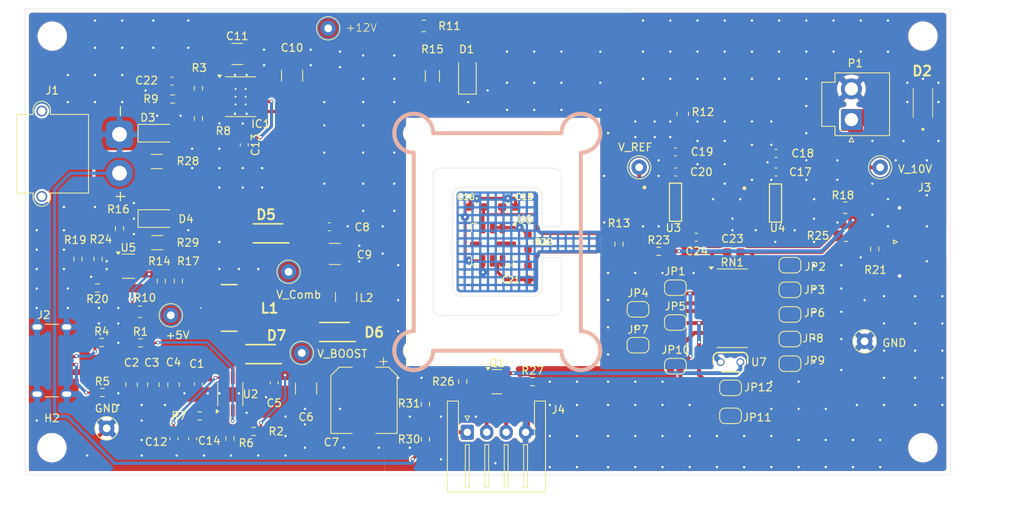
<source format=kicad_pcb>
(kicad_pcb (version 20241229) (generator "pcbnew") (generator_version "9.0")
  (layers (0 "F.Cu" mixed) (4 "In1.Cu" power) (6 "In2.Cu" mixed) (2 "B.Cu" mixed) (13 "F.Paste" user) (15 "B.Paste" user) (5 "F.SilkS" user "F.Silkscreen") (7 "B.SilkS" user "B.Silkscreen") (1 "F.Mask" user) (3 "B.Mask" user) (25 "Edge.Cuts" user))
  (net 0 "")
  (net 1 "GND")
  (net 2 "+5V")
  (net 3 "/Inductance")
  (net 4 "Net-(U2-SS)")
  (net 5 "Net-(IC1-SS)")
  (net 6 "Net-(C22-Pad2)")
  (net 7 "Net-(C14-Pad1)")
  (net 8 "Net-(U3-V+)")
  (net 9 "/Vref")
  (net 10 "Net-(C21-Pad2)")
  (net 11 "Net-(RN1-R1.1)")
  (net 12 "Net-(RN1-R1.2)")
  (net 13 "Net-(U3-OUT)")
  (net 14 "Net-(D1-A)")
  (net 15 "Net-(D3-A)")
  (net 16 "Net-(D4-A)")
  (net 17 "+BATT")
  (net 18 "Net-(J2-CC2)")
  (net 19 "Net-(J2-CC1)")
  (net 20 "/10V_Out")
  (net 21 "Net-(JP1-B)")
  (net 22 "Net-(JP1-A)")
  (net 23 "Net-(JP11-B)")
  (net 24 "Net-(JP3-B)")
  (net 25 "Net-(JP4-A)")
  (net 26 "Net-(JP12-A)")
  (net 27 "Net-(JP10-A)")
  (net 28 "Net-(JP8-A)")
  (net 29 "Net-(JP9-A)")
  (net 30 "Net-(Q1-B)")
  (net 31 "Net-(U2-EN)")
  (net 32 "Net-(U2-FB)")
  (net 33 "+12V")
  (net 34 "Net-(IC1-SENSE{slash}ADJ)")
  (net 35 "Net-(U2-COMP)")
  (net 36 "/Boost_En")
  (net 37 "Net-(U5-+)")
  (net 38 "Net-(U5--)")
  (net 39 "Net-(U4--IN)")
  (net 40 "Net-(R19-Pad2)")
  (net 42 "Net-(RN1-R2.2)")
  (net 46 "Net-(D6-A)")
  (net 47 "Net-(D6-K)")
  (net 48 "Net-(D7-A)")
  (net 49 "/12V_Out")
  (net 50 "/LMT_VCC")
  (net 51 "/LMT_OUT")
  (net 52 "/VBATT_MEAS")
  (footprint "Resistor_SMD:R_0603_1608Metric_Pad0.98x0.95mm_HandSolder" (layer "F.Cu") (at 40.311942 109.928242 180)
    (property "Reference" "R20")
    (property "Value" "1Meg")
  )
  (footprint "Package_TO_SOT_SMD:SOT-23" (layer "F.Cu") (at 91.7 122)
    (property "Reference" "Q1")
    (property "Value" "MMBT3906")
  )
  (footprint "Capacitor_SMD:C_0603_1608Metric_Pad1.08x0.95mm_HandSolder" (layer "F.Cu") (at 53.3 122.3 -90)
    (property "Reference" "C1")
    (property "Value" "1uF 25V")
  )
  (footprint "Samacsys:SODFL4724X108N" (layer "F.Cu") (at 62.25 102.9 180)
    (property "Reference" "D5")
    (property "Value" "CMS06_TE12L,Q,M_" (hide yes))
  )
  (footprint "Capacitor_SMD:C_1210_3225Metric_Pad1.33x2.70mm_HandSolder" (layer "F.Cu") (at 65.35 82.5875 90)
    (property "Reference" "C10")
    (property "Value" "10uF 50V")
  )
  (footprint "LED_SMD:LED_1206_3216Metric_Pad1.42x1.75mm_HandSolder" (layer "F.Cu") (at 48 101)
    (property "Reference" "D4")
    (property "Value" "LED")
  )
  (footprint "Jumper:SolderJumper-2_P1.3mm_Open_RoundedPad1.0x1.5mm" (layer "F.Cu") (at 109.85 117.3)
    (property "Reference" "JP7")
    (property "Value" "SolderJumper_2_Open")
  )
  (footprint "TestPoint:TestPoint_Loop_D1.80mm_Drill1.0mm_Beaded" (layer "F.Cu") (at 41.5 128)
    (property "Reference" "TP6" (hide yes))
    (property "Value" "TestPoint")
  )
  (footprint "Capacitor_SMD:C_1210_3225Metric_Pad1.33x2.70mm_HandSolder" (layer "F.Cu") (at 67.15 122.8625 -90)
    (property "Reference" "C6")
    (property "Value" "10uF 50V")
  )
  (footprint "Resistor_SMD:R_1206_3216Metric_Pad1.30x1.75mm_HandSolder" (layer "F.Cu") (at 47.95 93.65)
    (property "Reference" "R28")
    (property "Value" "1.5k 1/4W")
  )
  (footprint "Capacitor_SMD:C_0603_1608Metric_Pad1.08x0.95mm_HandSolder" (layer "F.Cu") (at 63.05 122.1625 -90)
    (property "Reference" "C5")
    (property "Value" "100nF 50V")
  )
  (footprint "Capacitor_SMD:C_0603_1608Metric_Pad1.08x0.95mm_HandSolder" (layer "F.Cu") (at 127.6 95 180)
    (property "Reference" "C17")
    (property "Value" "100nF 50V")
  )
  (footprint "Samacsys:ASPI-6045S" (layer "F.Cu") (at 57.25 112.5)
    (property "Reference" "L1")
    (property "Value" "12uH 2.2A 58mOhm" (hide yes))
  )
  (footprint "TestPoint:TestPoint_Loop_D1.80mm_Drill1.0mm_Beaded" (layer "F.Cu") (at 49.75 113.45)
    (property "Reference" "TP2" (hide yes))
    (property "Value" "TestPoint")
  )
  (footprint "Resistor_SMD:R_0603_1608Metric_Pad0.98x0.95mm_HandSolder" (layer "F.Cu") (at 140.3 104.9125 -90)
    (property "Reference" "R21")
    (property "Value" "10k 0.5% 25ppm")
  )
  (footprint "Jumper:SolderJumper-2_P1.3mm_Open_RoundedPad1.0x1.5mm" (layer "F.Cu") (at 121.75 122.8)
    (property "Reference" "JP12")
    (property "Value" "SolderJumper_2_Open")
  )
  (footprint "Package_SO:SO-16_3.9x9.9mm_P1.27mm" (layer "F.Cu") (at 121.975 112.545)
    (property "Reference" "RN1")
    (property "Value" "10k x8 5ppm reltol")
  )
  (footprint "MountingHole:MountingHole_3.2mm_M3_ISO7380" (layer "F.Cu") (at 146.5 130.5)
    (property "Reference" "H4" (hide yes))
    (property "Value" "MountingHole")
  )
  (footprint "Jumper:SolderJumper-2_P1.3mm_Open_RoundedPad1.0x1.5mm" (layer "F.Cu") (at 114.65 120)
    (property "Reference" "JP10")
    (property "Value" "SolderJumper_2_Open")
  )
  (footprint "Capacitor_SMD:C_0603_1608Metric_Pad1.08x0.95mm_HandSolder" (layer "F.Cu") (at 122.1625 105.3)
    (property "Reference" "C23")
    (property "Value" "3n 25V")
  )
  (footprint "Capacitor_SMD:C_1210_3225Metric_Pad1.33x2.70mm_HandSolder" (layer "F.Cu") (at 70.85 105.55)
    (property "Reference" "C9")
    (property "Value" "10uF 50V")
  )
  (footprint "TestPoint:TestPoint_Loop_D1.80mm_Drill1.0mm_Beaded" (layer "F.Cu") (at 70 76.5)
    (property "Reference" "TP4" (hide yes))
    (property "Value" "TestPoint")
  )
  (footprint "Resistor_SMD:R_0603_1608Metric_Pad0.98x0.95mm_HandSolder" (layer "F.Cu") (at 107.4 104.3 -90)
    (property "Reference" "R13")
    (property "Value" "180k 0.1%")
  )
  (footprint "Resistor_SMD:R_0603_1608Metric_Pad0.98x0.95mm_HandSolder" (layer "F.Cu") (at 37.8 106.2 -90)
    (property "Reference" "R19")
    (property "Value" "180k 0.1%")
  )
  (footprint "Resistor_SMD:R_0805_2012Metric_Pad1.20x1.40mm_HandSolder" (layer "F.Cu") (at 115.6 87.5 -90)
    (property "Reference" "R12")
    (property "Value" "10R")
  )
  (footprint "MountingHole:MountingHole_3.2mm_M3_ISO7380" (layer "F.Cu") (at 34.5 77.5)
    (property "Reference" "H1" (hide yes))
    (property "Value" "MountingHole")
  )
  (footprint "Capacitor_SMD:C_0603_1608Metric_Pad1.08x0.95mm_HandSolder" (layer "F.Cu") (at 114.6625 92.4 180)
    (property "Reference" "C19")
    (property "Value" "1uF 25V")
  )
  (footprint "TestPoint:TestPoint_Loop_D1.80mm_Drill1.0mm_Beaded" (layer "F.Cu") (at 141 94.4)
    (property "Reference" "TP7" (hide yes))
    (property "Value" "TestPoint")
  )
  (footprint "TestPoint:TestPoint_Loop_D1.80mm_Drill1.0mm_Beaded" (layer "F.Cu") (at 64.9 107.85)
    (property "Reference" "TP1" (hide yes))
    (property "Value" "TestPoint")
  )
  (footprint "Resistor_SMD:R_1206_3216Metric_Pad1.30x1.75mm_HandSolder" (layer "F.Cu") (at 48 104.1 180)
    (property "Reference" "R29")
    (property "Value" "1.5k 1/4W")
  )
  (footprint "Capacitor_SMD:C_0603_1608Metric_Pad1.08x0.95mm_HandSolder" (layer "F.Cu") (at 52.55 129.35 -90)
    (property "Reference" "C14")
    (property "Value" "820p")
  )
  (footprint "Resistor_SMD:R_0805_2012Metric_Pad1.20x1.40mm_HandSolder" (layer "F.Cu") (at 82.3 76.2)
    (property "Reference" "R11")
    (property "Value" "0R")
  )
  (footprint "Resistor_SMD:R_0603_1608Metric_Pad0.98x0.95mm_HandSolder" (layer "F.Cu") (at 57.35 129.3125 -90)
    (property "Reference" "R6")
    (property "Value" "17.8k 0.1%")
  )
  (footprint "Resistor_SMD:R_0603_1608Metric_Pad0.98x0.95mm_HandSolder" (layer "F.Cu") (at 53.45 126.4 180)
    (property "Reference" "R7")
    (property "Value" "105k")
  )
  (footprint "Jumper:SolderJumper-2_P1.3mm_Open_RoundedPad1.0x1.5mm" (layer "F.Cu") (at 109.85 112.68 180)
    (property "Reference" "JP4")
    (property "Value" "SolderJumper_2_Open")
  )
  (footprint "Resistor_SMD:R_0805_2012Metric_Pad1.20x1.40mm_HandSolder" (layer "F.Cu") (at 136.5 99.6)
    (property "Reference" "R18")
    (property "Value" "1R")
  )
  (footprint "Jumper:SolderJumper-2_P1.3mm_Open_RoundedPad1.0x1.5mm" (layer "F.Cu") (at 129.4 116.51)
    (property "Reference" "JP8")
    (property "Value" "SolderJumper_2_Open")
  )
  (footprint "Resistor_SMD:R_0603_1608Metric_Pad0.98x0.95mm_HandSolder" (layer "F.Cu") (at 53.3 88.1125 -90)
    (property "Reference" "R8")
    (property "Value" "20k 0.1%")
  )
  (footprint "Resistor_SMD:R_0603_1608Metric_Pad0.98x0.95mm_HandSolder" (layer "F.Cu") (at 45.85 117)
    (property "Reference" "R1")
    (property "Value" "10k 0.5% 25ppm")
  )
  (footprint "TestPoint:TestPoint_Loop_D1.80mm_Drill1.0mm_Beaded" (layer "F.Cu") (at 139 116.8)
    (property "Reference" "TP8" (hide yes))
    (property "Value" "TestPoint")
  )
  (footprint "Capacitor_SMD:C_0603_1608Metric_Pad1.08x0.95mm_HandSolder" (layer "F.Cu") (at 89.1 99.5 180)
    (property "Reference" "C16")
    (property "Value" "100nF 50V")
  )
  (footprint "MountingHole:MountingHole_2.2mm_M2" (layer "F.Cu") (at 102.5 118)
    (property "Reference" "H7" (hide yes))
    (property "Value" "MountingHole")
  )
  (footprint "MountingHole:MountingHole_3.2mm_M3_ISO7380" (layer "F.Cu") (at 34.45 130.5)
    (property "Reference" "H2")
    (property "Value" "MountingHole")
  )
  (footprint "Jumper:SolderJumper-2_P1.3mm_Open_RoundedPad1.0x1.5mm" (layer "F.Cu") (at 129.4 119.68)
    (property "Reference" "JP9")
    (property "Value" "SolderJumper_2_Open")
  )
  (footprint "Resistor_SMD:R_1206_3216Metric_Pad1.30x1.75mm_HandSolder" (layer "F.Cu") (at 83.4 82.65 -90)
    (property "Reference" "R15")
    (property "Value" "1.5k 1/4W")
  )
  (footprint "Capacitor_SMD:C_0603_1608Metric_Pad1.08x0.95mm_HandSolder" (layer "F.Cu") (at 50.15 129.3625 -90)
    (property "Reference" "C12")
    (property "Value" "100nF 50V")
  )
  (footprint "LED_SMD:LED_1206_3216Metric_Pad1.42x1.75mm_HandSolder" (layer "F.Cu") (at 87.9 82.5125 90)
    (property "Reference" "D1")
    (property "Value" "LED")
  )
  (footprint "Resistor_SMD:R_0805_2012Metric_Pad1.20x1.40mm_HandSolder" (layer "F.Cu") (at 136.6 103.2)
    (property "Reference" "R25")
    (property "Value" "0R")
  )
  (footprint "Capacitor_SMD:C_0603_1608Metric_Pad1.08x0.95mm_HandSolder" (layer "F.Cu") (at 127.6 92.6 180)
    (property "Reference" "C18")
    (property "Value" "1uF 25V")
  )
  (footprint "Resistor_SMD:R_0603_1608Metric_Pad0.98x0.95mm_HandSolder" (layer "F.Cu") (at 43.15 102.2875 -90)
    (property "Reference" "R16")
    (property "Value" "1Meg")
  )
  (footprint "Package_SO:VSSOP-8_3x3mm_P0.65mm" (layer "F.Cu") (at 57.4 123.6 90)
    (property "Reference" "U2")
    (property "Value" "TPS61085DGK")
  )
  (footprint "Samacsys:SODFL4724X108N" (layer "F.Cu") (at 61.3 118.45 180)
    (property "Reference" "D7")
    (property "Value" "CMS06_TE12L,Q,M_" (hide yes))
  )
  (footprint "Resistor_SMD:R_0603_1608Metric_Pad0.98x0.95mm_HandSolder" (layer "F.Cu") (at 95.7 104.0125 90)
    (property "Reference" "R22")
    (property "Value" "4.99R")
  )
  (footprint "Resistor_SMD:R_0603_1608Metric_Pad0.98x0.95mm_HandSolder" (layer "F.Cu") (at 96.2875 122)
    (property "Reference" "R27")
    (property "Value" "105k")
  )
  (footprint "Capacitor_SMD:C_1210_3225Metric_Pad1.33x2.70mm_HandSolder" (layer "F.Cu") (at 58.3 79.8)
    (property "Reference" "C11")
    (property "Value" "10uF 50V")
  )
  (footprint "Package_SO:SOIC-8-1EP_3.9x4.9mm_P1.27mm_EP2.29x3mm_ThermalVias" (layer "F.Cu") (at 58.725 85.305)
    (property "Reference" "IC1")
    (property "Value" "ADP7118ARDZ-R7")
  )
  (footprint "Snapeda:LMT01LPG_LPG0002A" (layer "F.Cu") (at 121.75 119.48)
    (property "Reference" "U7")
    (property "Value" "LMT01LPG")
  )
  (footprint "Capacitor_SMD:C_0603_1608Metric_Pad1.08x0.95mm_HandSolder" (layer "F.Cu") (at 114.675 95 180)
    (property "Reference" "C20")
    (property "Value" "100nF 50V")
  )
  (footprint "Capacitor_SMD:C_0603_1608Metric_Pad1.08x0.95mm_HandSolder" (layer "F.Cu") (at 95.7 108 90)
    (property "Reference" "C21")
    (property "Value" "1uF 25V")
  )
  (footprint "Package_LCC:Analog_LCC-8_5x5mm_P1.27mm" (layer "F.Cu") (at 91.15 104.3 -90)
    (property "Reference" "U6")
    (property "Value" "ADR1399KEZ")
  )
  (footprint "Jumper:SolderJumper-2_P1.3mm_Open_RoundedPad1.0x1.5mm" (layer "F.Cu") (at 129.4 107)
    (property "Reference" "JP2")
    (property "Value" "SolderJumper_2_Open")
  )
  (footprint "MountingHole:MountingHole_2.2mm_M2" (layer "F.Cu") (at 81 90)
    (property "Reference" "H5" (hide yes))
    (property "Value" "MountingHole")
  )
  (footprint "Resistor_SMD:R_0805_2012Metric_Pad1.20x1.40mm_HandSolder" (layer "F.Cu") (at 45.8 113 180)
    (property "Reference" "R10")
    (property "Value" "0R")
  )
  (footprint "Resistor_SMD:R_0603_1608Metric_Pad0.98x0.95mm_HandSolder" (layer "F.Cu") (at 112.5125 105.2)
    (property "Reference" "R23")
    (property "Value" "1k 0.1% 5ppm")
  )
  (footprint "Resistor_SMD:R_0603_1608Metric_Pad0.98x0.95mm_HandSolder" (layer "F.Cu") (at 49.9875 85.6)
    (property "Reference" "R9")
    (property "Value" "10k 0.5% 25ppm")
  )
  (footprint "Resistor_SMD:R_0603_1608Metric_Pad0.98x0.95mm_HandSolder" (layer "F.Cu") (at 60.4125 128.4 180)
    (property "Reference" "R2")
    (property "Value" "180k 0.1%")
  )
  (footprint "Package_TO_SOT_SMD:SOT-23-5" (layer "F.Cu") (at 44.286942 107.128242)
    (property "Reference" "U5")
    (property "Value" "TL331")
  )
  (footprint "Snapeda:D0008A-IPC_A" (layer "F.Cu") (at 114.6739 98.89)
    (property "Reference" "U3")
    (property "Value" "OPA182IDR")
  )
  (footprint "LED_SMD:LED_1206_3216Metric_Pad1.42x1.75mm_HandSolder" (layer "F.Cu") (at 48 90)
    (property "Reference" "D3")
    (property "Value" "LED")
  )
  (footprint "MountingHole:MountingHole_2.2mm_M2" (layer "F.Cu") (at 102.5 90)
    (property "Reference" "H6" (hide yes))
    (property "Value" "MountingHole")
  )
  (footprint "Capacitor_SMD:C_0603_1608Metric_Pad1.08x0.95mm_HandSolder" (layer "F.Cu") (at 93.2375 99.5)
    (property "Reference" "C15")
    (property "Value" "1uF 25V")
  )
  (footprint "Samacsys:SODFL4724X108N" (layer "F.Cu") (at 70.8 115.6 180)
    (property "Reference" "D6")
    (property "Value" "CMS06_TE12L,Q,M_" (hide yes))
  )
  (footprint "Jumper:SolderJumper-2_P1.3mm_Open_RoundedPad1.0x1.5mm" (layer "F.Cu") (at 121.75 126.4)
    (property "Reference" "JP11")
    (property "Value" "SolderJumper_2_Open")
  )
  (footprint "Connector_JST:JST_VH_B2P-VH_1x02_P3.96mm_Vertical" (layer "F.Cu") (at 137.3 88.2575 90)
    (property "Reference" "P1")
    (property "Value" "JST_B2P_VH")
  )
  (footprint "Capacitor_SMD:C_0603_1608Metric_Pad1.08x0.95mm_HandSolder" (layer "F.Cu") (at 59.2 91.5 -90)
    (property "Reference" "C13")
    (property "Value" "3n 25V")
  )
  (footprint "Resistor_SMD:R_0603_1608Metric_Pad0.98x0.95mm_HandSolder" (layer "F.Cu") (at 82.5 129.4125 90)
    (property "Reference" "R30")
    (property "Value" "120k 0.1%")
  )
  (footprint "Jumper:SolderJumper-2_P1.3mm_Open_RoundedPad1.0x1.5mm" (layer "F.Cu") (at 114.65 109.9)
    (property "Reference" "JP1")
    (property "Value" "SolderJumper_2_Open")
  )
  (footprint "Snapeda:D0008A-IPC_A" (layer "F.Cu") (at 127.5364 98.995)
    (property "Reference" "U4")
    (property "Value" "OPA994IDR")
  )
  (footprint "Jumper:SolderJumper-2_P1.3mm_Open_RoundedPad1.0x1.5mm" (layer "F.Cu") (at 129.4 113.34)
    (property "Reference" "JP6")
    (property "Value" "SolderJumper_2_Open")
  )
  (footprint "Jumper:SolderJumper-2_P1.3mm_Open_RoundedPad1.0x1.5mm" (layer "F.Cu") (at 129.4 110.17)
    (property "Reference" "JP3")
    (property "Value" "SolderJumper_2_Open")
  )
  (footprint "Resistor_SMD:R_0603_1608Metric_Pad0.98x0.95mm_HandSolder" (layer "F.Cu") (at 50.724442 109.028242 -90)
    (property "Reference" "R17")
    (property "Value" "1Meg")
  )
  (footprint "Capacitor_SMD:C_0603_1608Metric_Pad1.08x0.95mm_HandSolder" (layer "F.Cu") (at 70.15 102.05)
    (property "Reference" "C8")
    (property "Value" "100nF 50V")
  )
  (footprint "Jumper:SolderJumper-2_P1.3mm_Open_RoundedPad1.0x1.5mm" (layer "F.Cu") (at 114.65 114.38 180)
    (property "Reference" "JP5")
    (property "Value" "SolderJumper_2_Open")
  )
  (footprint "Samacsys:PMEG3050EP115" (layer "F.Cu") (at 146.5 86.1 90)
    (property "Reference" "D2")
    (property "Value" "PTVS11VP1UP,115" (hide yes))
  )
  (footprint "TestPoint:TestPoint_Loop_D1.80mm_Drill1.0mm_Beaded" (layer "F.Cu") (at 110 94.4)
    (property "Reference" "TP9" (hide yes))
    (property "Value" "TestPoint")
  )
  (footprint "Connector_AMASS:AMASS_XT30PW-M_1x02_P2.50mm_Horizontal" (layer "F.Cu") (at 43.15 90.15 90)
    (property "Reference" "J1")
    (property "Value" "Conn_01x02_Pin")
  )
  (footprint "Resistor_SMD:R_0603_1608Metric_Pad0.98x0.95mm_HandSolder" (layer "F.Cu") (at 40.4 106.1875 -90)
    (property "Reference" "R24")
    (property "Value" "180k 0.1%")
  )
  (footprint "Connector_JST:JST_XH_S4B-XH-A-1_1x04_P2.50mm_Horizontal" (layer "F.Cu") (at 87.8875 128.51)
    (property "Reference" "J4")
    (property "Value" "S4B-XH-A")
  )
  (footprint "Connector_USB:USB_C_Receptacle_GCT_USB4125-xx-x-0190_6P_TopMnt_Horizontal" (layer "F.Cu") (at 33.35 119.28 -90)
    (property "Reference" "J2")
    (property "Value" "USB_C_Receptacle_PowerOnly_6P")
  )
  (footprint "Capacitor_SMD:C_0805_2012Metric_Pad1.18x1.45mm_HandSolder" (layer "F.Cu") (at 44.7 122.3875 -90)
    (property "Reference" "C2")
    (property "Value" "10uF 10V")
  )
  (footprint "Resistor_SMD:R_0603_1608Metric_Pad0.98x0.95mm_HandSolder" (layer "F.Cu") (at 87.3 121.9875 90)
    (property "Reference" "R26")
    (property "Value" "7.5k")
  )
  (footprint "MountingHole:MountingHole_3.2mm_M3_ISO7380" (layer "F.Cu") (at 146.5 77.5)
    (property "Reference" "H3" (hide yes))
    (property "Value" "MountingHole")
  )
  (footprint "Inductor_SMD:L_1210_3225Metric_Pad1.42x2.65mm_HandSolder" (layer "F.Cu") (at 72.3 111.1 90)
    (property "Reference" "L2")
    (property "Value" "1.5uH 1A 78mOhm")
  )
  (footprint "Resistor_SMD:R_0603_1608Metric_Pad0.98x0.95mm_HandSolder" (layer "F.Cu") (at 53.3 84.2125 -90)
    (property "Reference" "R3")
    (property "Value" "180k 0.1%")
  )
  (footprint "Resistor_SMD:R_0603_1608Metric_Pad0.98x0.95mm_HandSolder" (layer "F.Cu") (at 40.8625 116.95)
    (property "Reference" "R4")
    (property "Value" "5.1k")
  )
  (footprint "MountingHole:MountingHole_2.2mm_M2" (layer "F.Cu") (at 81 118)
    (property "Reference" "H8" (hide yes))
    (property "Value" "MountingHole")
  )
  (footprint "Capacitor_SMD:C_0805_2012Metric_Pad1.18x1.45mm_HandSolder" (layer "F.Cu") (at 50.1 122.3875 -90)
    (property "Reference" "C4")
    (property "Value" "10uF 10V")
  )
  (footprint "Capacitor_SMD:C_0805_2012Metric_Pad1.18x1.45mm_HandSolder" (layer "F.Cu") (at 47.5 122.3875 -90)
    (property "Reference" "C3")
    (property "Value" "10uF 10V")
  )
  (footprint "Resistor_SMD:R_0603_1608Metric_Pad0.98x0.95mm_HandSolder" (layer "F.Cu") (at 82.5 124.9125 90)
    (property "Reference" "R31")
    (property "Value" "17.8k 0.1%")
  )
  (footprint "Connector_Coaxial:SMA_Molex_73251-1153_EdgeMount_Horizontal" (layer "F.Cu") (at 145.21 104 180)
    (property "Reference" "J3")
    (property "Value" "Conn_Coaxial")
  )
  (footprint "Capacitor_SMD:C_0603_1608Metric_Pad1.08x0.95mm_HandSolder" (layer "F.Cu") (at 117.3375 103.4)
    (property "Reference" "C24")
    (property "Value" "1n 25V")
  )
  (footprint "Resistor_SMD:R_0603_1608Metric_Pad0.98x0.95mm_HandSolder" (layer "F.Cu") (at 48.524442 109.028242 90)
    (property "Reference" "R14")
    (property "Value" "1Meg")
  )
  (footprint "Capacitor_SMD:C_0603_1608Metric_Pad1.08x0.95mm_HandSolder" (layer "F.Cu") (at 49.9375 83.3 180)
    (property "Reference" "C22")
    (property "Value" "1uF 25V")
  )
  (footprint "Capacitor_SMD:CP_Elec_8x6.7" (layer "F.Cu") (at 74.6 124.4 -90)
    (property "Reference" "C7")
    (property "Value" "150uF 25V")
  )
  (footprint "TestPoint:TestPoint_Loop_D1.80mm_Drill1.0mm_Beaded" (layer "F.Cu") (at 66.6 118.3)
    (property "Reference" "TP3" (hide yes))
    (property "Value" "TestPoint")
  )
  (footprint "Resistor_SMD:R_0603_1608Metric_Pad0.98x0.95mm_HandSolder" (layer "F.Cu") (at 40.95 123.4)
    (property "Reference" "R5")
    (property "Value" "5.1k")
  )
  (gr_line (start 102.5 115.5) (end 102.5 92.5) (stroke (width 0.5)) (layer "F.SilkS"))
  (gr_line (start 81 92.5) (end 81 115.5) (stroke (width 0.5)) (layer "F.SilkS"))
  (gr_line (start 100 90) (end 83.5 90) (stroke (width 0.5)) (layer "F.SilkS"))
  (gr_arc (start 100 90) (mid 104.267767 88.232233) (end 102.5 92.5) (stroke (width 0.5)) (layer "F.SilkS"))
  (gr_arc (start 81 92.5) (mid 79.232233 88.232233) (end 83.5 90) (stroke (width 0.5)) (layer "F.SilkS"))
  (gr_arc (start 83.5 118) (mid 79.232233 119.767767) (end 81 115.5) (stroke (width 0.5)) (layer "F.SilkS"))
  (gr_line (start 83.5 118) (end 100 118) (stroke (width 0.5)) (layer "F.SilkS"))
  (gr_arc (start 102.5 115.5) (mid 104.267767 119.767767) (end 100 118) (stroke (width 0.5)) (layer "F.SilkS"))
  (gr_arc (start 100 90) (mid 104.267767 88.232233) (end 102.5 92.5) (stroke (width 0.5)) (layer "B.SilkS"))
  (gr_line (start 81 92.5) (end 81 115.5) (stroke (width 0.5)) (layer "B.SilkS"))
  (gr_arc (start 102.5 115.5) (mid 104.267767 119.767767) (end 100 118) (stroke (width 0.5)) (layer "B.SilkS"))
  (gr_arc (start 83.5 118) (mid 79.232233 119.767767) (end 81 115.5) (stroke (width 0.5)) (layer "B.SilkS"))
  (gr_arc (start 81 92.5) (mid 79.232233 88.232233) (end 83.5 90) (stroke (width 0.5)) (layer "B.SilkS"))
  (gr_line (start 100 90) (end 83.5 90) (stroke (width 0.5)) (layer "B.SilkS"))
  (gr_line (start 83.5 118) (end 100 118) (stroke (width 0.5)) (layer "B.SilkS"))
  (gr_line (start 102.5 115.5) (end 102.5 92.5) (stroke (width 0.5)) (layer "B.SilkS"))
  (gr_line (start 97.5 101.5) (end 97.5 98) (stroke (width 0.05)) (layer "Edge.Cuts"))
  (gr_line (start 83.5 104) (end 83.5 95.5) (stroke (width 0.05)) (layer "Edge.Cuts"))
  (gr_arc (start 86 98) (mid 86.292893 97.292893) (end 87 97) (stroke (width 0.05)) (layer "Edge.Cuts"))
  (gr_arc (start 98 102) (mid 97.646447 101.853553) (end 97.5 101.5) (stroke (width 0.05)) (layer "Edge.Cuts"))
  (gr_arc (start 97.5 110) (mid 97.207107 110.707107) (end 96.5 111) (stroke (width 0.05)) (layer "Edge.Cuts"))
  (gr_line (start 100 106.5) (end 100 112.5) (stroke (width 0.05)) (layer "Edge.Cuts"))
  (gr_arc (start 84.5 113.5) (mid 83.792893 113.207107) (end 83.5 112.5) (stroke (width 0.05)) (layer "Edge.Cuts"))
  (gr_arc (start 100 101.5) (mid 99.853553 101.853553) (end 99.5 102) (stroke (width 0.05)) (layer "Edge.Cuts"))
  (gr_arc (start 100 112.5) (mid 99.707107 113.207107) (end 99 113.5) (stroke (width 0.05)) (layer "Edge.Cuts"))
  (gr_rect (start 31 74) (end 150 134) (stroke (width 0.05)) (fill no) (layer "Edge.Cuts"))
  (gr_arc (start 99.5 106) (mid 99.853553 106.146447) (end 100 106.5) (stroke (width 0.05)) (layer "Edge.Cuts"))
  (gr_arc (start 97.5 106.5) (mid 97.646447 106.146447) (end 98 106) (stroke (width 0.05)) (layer "Edge.Cuts"))
  (gr_line (start 100 95.5) (end 100 101.5) (stroke (width 0.05)) (layer "Edge.Cuts"))
  (gr_arc (start 99 94.5) (mid 99.707107 94.792893) (end 100 95.5) (stroke (width 0.05)) (layer "Edge.Cuts"))
  (gr_line (start 84.5 94.5) (end 99 94.5) (stroke (width 0.05)) (layer "Edge.Cuts"))
  (gr_line (start 98 106) (end 99.5 106) (stroke (width 0.05)) (layer "Edge.Cuts"))
  (gr_arc (start 83.5 95.5) (mid 83.792893 94.792893) (end 84.5 94.5) (stroke (width 0.05)) (layer "Edge.Cuts"))
  (gr_line (start 99.5 102) (end 98 102) (stroke (width 0.05)) (layer "Edge.Cuts"))
  (gr_line (start 97.5 110) (end 97.5 106.5) (stroke (width 0.05)) (layer "Edge.Cuts"))
  (gr_line (start 87 111) (end 96.5 111) (stroke (width 0.05)) (layer "Edge.Cuts"))
  (gr_arc (start 87 111) (mid 86.292893 110.707107) (end 86 110) (stroke (width 0.05)) (layer "Edge.Cuts"))
  (gr_line (start 83.5 112.5) (end 83.5 104) (stroke (width 0.05)) (layer "Edge.Cuts"))
  (gr_line (start 86 98) (end 86 110) (stroke (width 0.05)) (layer "Edge.Cuts"))
  (gr_line (start 99 113.5) (end 84.5 113.5) (stroke (width 0.05)) (layer "Edge.Cuts"))
  (gr_arc (start 96.5 97) (mid 97.207107 97.292893) (end 97.5 98) (stroke (width 0.05)) (layer "Edge.Cuts"))
  (gr_line (start 96.5 97) (end 87 97) (stroke (width 0.05)) (layer "Edge.Cuts"))
  (gr_text "GND" (at 141.2 117.6 0) (layer "F.SilkS") (effects (font (size 1 1)) (justify left bottom)))
  (gr_text "+5V" (at 49 116.6 0) (layer "F.SilkS") (effects (font (size 1 1)) (justify left bottom)))
  (gr_text "V_10V" (at 143.2 95.2 0) (layer "F.SilkS") (effects (font (size 1 1)) (justify left bottom)))
  (gr_text "V_REF" (at 107.2 92.4 0) (layer "F.SilkS") (effects (font (size 1 1)) (justify left bottom)))
  (gr_text "+12V" (at 72.2 77 0) (layer "F.SilkS") (effects (font (size 1 1) (thickness 0.1)) (justify left bottom)))
  (segment (start 94.6 102.15) (end 94.75 102.15) (width 0.4) (layer "F.Cu") (net 1))
  (segment (start 97.2 123.2) (end 97.2 122) (width 0.5) (layer "F.Cu") (net 1))
  (segment (start 87.9 99.5) (end 87.6 99.8) (width 0.4) (layer "F.Cu") (net 1))
  (segment (start 93.1 98.4) (end 93.9 98.4) (width 0.4) (layer "F.Cu") (net 1))
  (segment (start 87.6 100.8) (end 87.6 106.4) (width 0.4) (layer "F.Cu") (net 1))
  (segment (start 93.9 98.4) (end 93.9 98.5) (width 0.4) (layer "F.Cu") (net 1))
  (segment (start 130.05 113.34) (end 131.66 113.34) (width 0.5) (layer "F.Cu") (net 1))
  (segment (start 93.9 98.5) (end 94.1 98.7) (width 0.4) (layer "F.Cu") (net 1))
  (segment (start 130.05 119.68) (end 131.32 119.68) (width 0.5) (layer "F.Cu") (net 1))
  (segment (start 143.49 108.38) (end 142.855 108.38) (width 0.5) (layer "F.Cu") (net 1))
  (segment (start 130.05 116.51) (end 131.89 116.51) (width 0.5) (layer "F.Cu") (net 1))
  (segment (start 95.7 123.825) (end 95.7 128.1975) (width 0.5) (layer "F.Cu") (net 1))
  (segment (start 94.1 98.7) (end 94.1 99.5) (width 0.4) (layer "F.Cu") (net 1))
  (segment (start 89.88 106.45) (end 89.88 107.88) (width 0.4) (layer "F.Cu") (net 1))
  (segment (start 94.75 102.15) (end 95.7 103.1) (width 0.4) (layer "F.Cu") (net 1))
  (segment (start 88.2375 99.5) (end 87.9 99.5) (width 0.4) (layer "F.Cu") (net 1))
  (segment (start 88.2375 98.8625) (end 88.7 98.4) (width 0.4) (layer "F.Cu") (net 1))
  (segment (start 89.1 98.4) (end 93.1 98.4) (width 0.4) (layer "F.Cu") (net 1))
  (segment (start 88.2375 99.5) (end 88.2375 98.8625) (width 0.4) (layer "F.Cu") (net 1))
  (segment (start 89.88 106.45) (end 87.65 106.45) (width 0.4) (layer "F.Cu") (net 1))
  (segment (start 91.15 102.15) (end 92.42 102.15) (width 0.4) (layer "F.Cu") (net 1))
  (segment (start 130.05 107) (end 131.6 107) (width 0.5) (layer "F.Cu") (net 1))
  (segment (start 87.6 99.8) (end 87.6 100.8) (width 0.4) (layer "F.Cu") (net 1))
  (segment (start 95.7 123.825) (end 96.575 123.825) (width 0.5) (layer "F.Cu") (net 1))
  (segment (start 142.855 108.38) (end 140.3 105.825) (width 0.5) (layer "F.Cu") (net 1))
  (segment (start 96.575 123.825) (end 97.2 123.2) (width 0.5) (layer "F.Cu") (net 1))
  (segment (start 95.7 128.1975) (end 95.3875 128.51) (width 0.5) (layer "F.Cu") (net 1))
  (segment (start 87.65 106.45) (end 87.6 106.4) (width 0.4) (layer "F.Cu") (net 1))
  (segment (start 92.42 102.15) (end 94.6 102.15) (width 0.4) (layer "F.Cu") (net 1))
  (segment (start 88.7 98.4) (end 89.1 98.4) (width 0.4) (layer "F.Cu") (net 1))
  (segment (start 89.88 107.88) (end 89.9 107.9) (width 0.4) (layer "F.Cu") (net 1))
  (via (at 87.6 100.8) (size 0.5) (drill 0.3) (layers "F.Cu" "B.Cu") (net 1))
  (via (at 98.5 122) (size 0.5) (drill 0.3) (layers "F.Cu" "B.Cu") (net 1))
  (via (at 121 96.5) (size 0.5) (drill 0.3) (layers "F.Cu" "B.Cu") (net 1))
  (via (at 110.5 75.5) (size 0.5) (drill 0.3) (layers "F.Cu" "B.Cu") (net 1))
  (via (at 79 107) (size 0.5) (drill 0.3) (layers "F.Cu" "B.Cu") (net 1))
  (via (at 32.5 112.5) (size 0.5) (drill 0.3) (layers "F.Cu" "B.Cu") (net 1))
  (via (at 93 87) (size 0.5) (drill 0.3) (layers "F.Cu" "B.Cu") (net 1))
  (via (at 114 75.5) (size 0.5) (drill 0.3) (layers "F.Cu" "B.Cu") (net 1))
  (via (at 109.5 108) (size 0.5) (drill 0.3) (layers "F.Cu" "B.Cu") (net 1))
  (via (at 127 129) (size 0.5) (drill 0.3) (layers "F.Cu" "B.Cu") (net 1))
  (via (at 93 79.5) (size 0.5) (drill 0.3) (layers "F.Cu" "B.Cu") (net 1))
  (via (at 43 114.5) (size 0.5) (drill 0.3) (layers "F.Cu" "B.Cu") (net 1))
  (via (at 130.5 133) (size 0.5) (drill 0.3) (layers "F.Cu" "B.Cu") (net 1))
  (via (at 141.5 114.5) (size 0.5) (drill 0.3) (layers "F.Cu" "B.Cu") (net 1))
  (via (at 61.5 97) (size 0.5) (drill 0.3) (layers "F.Cu" "B.Cu") (net 1))
  (via (at 98.5 129) (size 0.5) (drill 0.3) (layers "F.Cu" "B.Cu") (net 1))
  (via (at 110.5 79.5) (size 0.5) (drill 0.3) (layers "F.Cu" "B.Cu") (net 1))
  (via (at 59.5 126) (size 0.5) (drill 0.3) (layers "F.Cu" "B.Cu") (net 1))
  (via (at 136 120.5) (size 0.5) (drill 0.3) (layers "F.Cu" "B.Cu") (net 1))
  (via (at 145.5 121.5) (size 0.5) (drill 0.3) (layers "F.Cu" "B.Cu") (net 1))
  (via (at 32.5 107.5) (size 0.5) (drill 0.3) (layers "F.Cu" "B.Cu") (net 1))
  (via (at 141 129.5) (size 0.5) (drill 0.3) (layers "F.Cu" "B.Cu") (net 1))
  (via (at 144 91) (size 0.5) (drill 0.3) (layers "F.Cu" "B.Cu") (net 1))
  (via (at 58.5 123.5) (size 0.5) (drill 0.3) (layers "F.Cu" "B.Cu") (net 1))
  (via (at 109.5 88.5) (size 0.5) (drill 0.3) (layers "F.Cu" "B.Cu") (net 1))
  (via (at 132.5 113) (size 0.5) (drill 0.3) (layers "F.Cu" "B.Cu") (net 1))
  (via (at 100 87) (size 0.5) (drill 0.3) (layers "F.Cu" "B.Cu") (net 1))
  (via (at 106 122) (size 0.5) (drill 0.3) (layers "F.Cu" "B.Cu") (net 1))
  (via (at 36.5 110) (size 0.5) (drill 0.3) (layers "F.Cu" "B.Cu") (net 1))
  (via (at 109.5 122) (size 0.5) (drill 0.3) (layers "F.Cu" "B.Cu") (net 1))
  (via (at 64.5 129) (size 0.5) (drill 0.3) (layers "F.Cu" "B.Cu") (net 1))
  (via (at 80.5 130.5) (size 0.5) (drill 0.3) (layers "F.Cu" "B.Cu") (net 1))
  (via (at 71.5 81.5) (size 0.5) (drill 0.3) (layers "F.Cu" "B.Cu") (net 1))
  (via (at 124.5 79.5) (size 0.5) (drill 0.3) (layers "F.Cu" "B.Cu") (net 1))
  (via (at 50.5 131.5) (size 0.5) (drill 0.3) (layers "F.Cu" "B.Cu") (net 1))
  (via (at 98.5 125) (size 0.5) (drill 0.3) (layers "F.Cu" "B.Cu") (net 1))
  (via (at 131.5 90) (size 0.5) (drill 0.3) (layers "F.Cu" "B.Cu") (net 1))
  (via (at 43.5 86) (size 0.5) (drill 0.3) (layers "F.Cu" "B.Cu") (net 1))
  (via (at 41.5 106.5) (size 0.5) (drill 0.3) (layers "F.Cu" "B.Cu") (net 1))
  (via (at 78.5 96.5) (size 0.5) (drill 0.3) (layers "F.Cu" "B.Cu") (net 1))
  (via (at 114 90.5) (size 0.5) (drill 0.3) (layers "F.Cu" "B.Cu") (net 1))
  (via (at 67.75 81.25) (size 0.5) (drill 0.3) (layers "F.Cu" "B.Cu") (net 1))
  (via (at 148.5 86) (size 0.5) (drill 0.3) (layers "F.Cu" "B.Cu") (net 1))
  (via (at 132.5 104) (size 0.5) (drill 0.3) (layers "F.Cu" "B.Cu") (net 1))
  (via (at 32.5 105) (size 0.5) (drill 0.3) (layers "F.Cu" "B.Cu") (net 1))
  (via (at 43 123.5) (size 0.5) (drill 0.3) (layers "F.Cu" "B.Cu") (net 1))
  (via (at 84.5 132) (size 0.5) (drill 0.3) (layers "F.Cu" "B.Cu") (net 1))
  (via (at 117.5 88.5) (size 0.5) (drill 0.3) (layers "F.Cu" "B.Cu") (net 1))
  (via (at 102 129) (size 0.5) (drill 0.3) (layers "F.Cu" "B.Cu") (net 1))
  (via (at 59.5 82.5) (size 0.5) (drill 0.3) (layers "F.Cu" "B.Cu") (net 1))
  (via (at 106 115) (size 0.5) (drill 0.3) (layers "F.Cu" "B.Cu") (net 1))
  (via (at 96.5 83.5) (size 0.5) (drill 0.3) (layers "F.Cu" "B.Cu") (net 1))
  (via (at 69.5 89) (size 0.5) (drill 0.3) (layers "F.Cu" "B.Cu") (net 1))
  (via (at 56 97) (size 0.5) (drill 0.3) (layers "F.Cu" "B.Cu") (net 1))
  (via (at 136 110) (size 0.5) (drill 0.3) (layers "F.Cu" "B.Cu") (net 1))
  (via (at 52 102.5) (size 0.5) (drill 0.3) (layers "F.Cu" "B.Cu") (net 1))
  (via (at 147 102) (size 0.5) (drill 0.3) (layers "F.Cu" "B.Cu") (net 1))
  (via (at 36 105) (size 0.5) (drill 0.3) (layers "F.Cu" "B.Cu") (net 1))
  (via (at 78.5 86) (size 0.5) (drill 0.3) (layers "F.Cu" "B.Cu") (net 1))
  (via (at 148.5 91) (size 0.5) (drill 0.3) (layers "F.Cu" "B.Cu") (net 1))
  (via (at 56 94.5) (size 0.5) (drill 0.3) (layers "F.Cu" "B.Cu") (net 1))
  (via (at 128 79.5) (size 0.5) (drill 0.3) (layers "F.Cu" "B.Cu") (net 1))
  (via (at 77 105.5) (size 0.5) (drill 0.3) (layers "F.Cu" "B.Cu") (net 1))
  (via (at 59.5 87.5) (size 0.5) (drill 0.3) (layers "F.Cu" "B.Cu") (net 1))
  (via (at 146.5 83) (size 0.5) (drill 0.3) (layers "F.Cu" "B.Cu") (net 1))
  (via (at 117.5 75.5) (size 0.5) (drill 0.3) (layers "F.Cu" "B.Cu") (net 1))
  (via (at 135.5 93.5) (size 0.5) (drill 0.3) (layers "F.Cu" "B.Cu") (net 1))
  (via (at 119.5 98.5) (size 0.5) (drill 0.3) (layers "F.Cu" "B.Cu") (net 1))
  (via (at 127 133) (size 0.5) (drill 0.3) (layers "F.Cu" "B.Cu") (net 1))
  (via (at 40.5 114.5) (size 0.5) (drill 0.3) (layers "F.Cu" "B.Cu") (net 1))
  (via (at 79 115.5) (size 0.5) (drill 0.3) (layers "F.Cu" "B.Cu") (net 1))
  (via (at 149 121.5) (size 0.5) (drill 0.3) (layers "F.Cu" "B.Cu") (net 1))
  (via (at 130 102.5) (size 0.5) (drill 0.3) (layers "F.Cu" "B.Cu") (net 1))
  (via (at 57.5 131.5) (size 0.5) (drill 0.3) (layers "F.Cu" "B.Cu") (net 1))
  (via (at 105.5 101.5) (size 0.5) (drill 0.3) (layers "F.Cu" "B.Cu") (net 1))
  (via (at 80.5 126.5) (size 0.5) (drill 0.3) (layers "F.Cu" "B.Cu") (net 1))
  (via (at 74.5 83) (size 0.5) (drill 0.3) (layers "F.Cu" "B.Cu") (net 1))
  (via (at 113 129) (size 0.5) (drill 0.3) (layers "F.Cu" "B.Cu") (net 1))
  (via (at 130.5 129.5) (size 0.5) (drill 0.3) (layers "F.Cu" "B.Cu") (net 1))
  (via (at 109.5 129) (size 0.5) (drill 0.3) (layers "F.Cu" "B.Cu") (net 1))
  (via (at 120 129) (size 0.5) (drill 0.3) (layers "F.Cu" "B.Cu") (net 1))
  (via (at 121 83) (size 0.5) (drill 0.3) (layers "F.Cu" "B.Cu") (net 1))
  (via (at 131.5 86.5) (size 0.5) (drill 0.3) (layers "F.Cu" "B.Cu") (net 1))
  (via (at 89 126.5) (size 0.5) (drill 0.3) (layers "F.Cu" "B.Cu") (net 1))
  (via (at 74 106.5) (size 0.5) (drill 0.3) (layers "F.Cu" "B.Cu") (net 1))
  (via (at 125 102.5) (size 0.5) (drill 0.3) (layers "F.Cu" "B.Cu") (net 1))
  (via (at 43 117) (size 0.5) (drill 0.3) (layers "F.Cu" "B.Cu") (net 1))
  (via (at 127 122) (size 0.5) (drill 0.3) (layers "F.Cu" "B.Cu") (net 1))
  (via (at 134 125.5) (size 0.5) (drill 0.3) (layers "F.Cu" "B.Cu") (net 1))
  (via (at 40 86) (size 0.5) (drill 0.3) (layers "F.Cu" "B.Cu") (net 1))
  (via (at 72 130.5) (size 0.5) (drill 0.3) (layers "F.Cu" "B.Cu") (net 1))
  (via (at 43.5 82.5) (size 0.5) (drill 0.3) (layers "F.Cu" "B.Cu") (net 1))
  (via (at 40 75.5) (size 0.5) (drill 0.3) (layers "F.Cu" "B.Cu") (net 1))
  (via (at 36.5 82.5) (size 0.5) (drill 0.3) (layers "F.Cu" "B.Cu") (net 1))
  (via (at 121 79.5) (size 0.5) (drill 0.3) (layers "F.Cu" "B.Cu") (net 1))
  (via (at 106 129) (size 0.5) (drill 0.3) (layers "F.Cu" "B.Cu") (net 1))
  (via (at 45 101) (size 0.5) (drill 0.3) (layers "F.Cu" "B.Cu") (net 1))
  (via (at 135.5 96) (size 0.5) (drill 0.3) (layers "F.Cu" "B.Cu") (net 1))
  (via (at 56 107.5) (size 0.5) (drill 0.3) (layers "F.Cu" "B.Cu") (net 1))
  (via (at 102 125) (size 0.5) (drill 0.3) (layers "F.Cu" "B.Cu") (net 1))
  (via (at 141.5 125) (size 0.5) (drill 0.3) (layers "F.Cu" "B.Cu") (net 1))
  (via (at 69.5 92.5) (size 0.5) (drill 0.3) (layers "F.Cu" "B.Cu") (net 1))
  (via (at 138 125) (size 0.5) (drill 0.3) (layers "F.Cu" "B.Cu") (net 1))
  (via (at 32.5 127) (size 0.5) (drill 0.3) (layers "F.Cu" "B.Cu") (net 1))
  (via (at 142 75.5) (size 0.5) (drill 0.3) (layers "F.Cu" "B.Cu") (net 1))
  (via (at 135.5 101.5) (size 0.5) (drill 0.3) (layers "F.Cu" "B.Cu") (net 1))
  (via (at 88 86) (size 0.5) (drill 0.3) (layers "F.Cu" "B.Cu") (net 1))
  (via (at 58.5 107.5) (size 0.5) (drill 0.3) (layers "F.Cu" "B.Cu") (net 1))
  (via (at 109.5 90.5) (size 0.5) (drill 0.3) (layers "F.Cu" "B.Cu") (net 1))
  (via (at 117.5 91) (size 0.5) (drill 0.3) (layers "F.Cu" "B.Cu") (net 1))
  (via (at 94.6 102.15) (size 0.5) (drill 0.3) (layers "F.Cu" "B.Cu") (net 1))
  (via (at 141.5 111) (size 0.5) (drill 0.3) (layers "F.Cu" "B.Cu") (net 1))
  (via (at 140 100.5) (size 0.5) (drill 0.3) (layers "F.Cu" "B.Cu") (net 1))
  (via (at 39 131.5) (size 0.5) (drill 0.3) (layers "F.Cu" "B.Cu") (net 1))
  (via (at 127 96) (size 0.5) (drill 0.3) (layers "F.Cu" "B.Cu") (net 1))
  (via (at 122 101) (size 0.5) (drill 0.3) (layers "F.Cu" "B.Cu") (net 1))
  (via (at 109.5 133) (size 0.5) (drill 0.3) (layers "F.Cu" "B.Cu") (net 1))
  (via (at 106 118.5) (size 0.5) (drill 0.3) (layers "F.Cu" "B.Cu") (net 1))
  (via (at 59 88.75) (size 0.5) (drill 0.3) (layers "F.Cu" "B.Cu") (net 1))
  (via (at 131.5 83) (size 0.5) (drill 0.3) (layers "F.Cu" "B.Cu") (net 1))
  (via (at 89.1 98.4) (size 0.5) (drill 0.3) (layers "F.Cu" "B.Cu") (net 1))
  (via (at 74.5 86) (size 0.5) (drill 0.3) (layers "F.Cu" "B.Cu") (net 1))
  (via (at 130.5 122) (size 0.5) (drill 0.3) (layers "F.Cu" "B.Cu") (net 1))
  (via (at 113 125) (size 0.5) (drill 0.3) (layers "F.Cu" "B.Cu") (net 1))
  (via (at 46 125) (size 0.5) (drill 0.3) (layers "F.Cu" "B.Cu") (net 1))
  (via (at 56 123.5) (size 0.5) (drill 0.3) (layers "F.Cu" "B.Cu") (net 1))
  (via (at 56 92) (size 0.5) (drill 0.3) (layers "F.Cu" "B.Cu") (net 1))
  (via (at 142 98.5) (size 0.5) (drill 0.3) (layers "F.Cu" "B.Cu") (net 1))
  (via (at 52 79) (size 0.5) (drill 0.3) (layers "F.Cu" "B.Cu") (net 1))
  (via (at 77 102) (size 0.5) (drill 0.3) (layers "F.Cu" "B.Cu") (net 1))
  (via (at 59 94.5) (size 0.5) (drill 0.3) (layers "F.Cu" "B.Cu") (net 1))
  (via (at 36.5 86) (size 0.5) (drill 0.3) (layers "F.Cu" "B.Cu") (net 1))
  (via (at 128 83) (size 0.5) (drill 0.3) (layers "F.Cu" "B.Cu") (net 1))
  (via (at 124.5 75.5) (size 0.5) (drill 0.3) (layers "F.Cu" "B.Cu") (net 1))
  (via (at 74.5 89) (size 0.5) (drill 0.3) (layers "F.Cu" "B.Cu") (net 1))
  (via (at 40 82.5) (size 0.5) (drill 0.3) (layers "F.Cu" "B.Cu") (net 1))
  (via (at 126.5 93.75) (size 0.5) (drill 0.3) (layers "F.Cu" "B.Cu") (net 1))
  (via (at 139 111.5) (size 0.5) (drill 0.3) (layers "F.Cu" "B.Cu") (net 1))
  (via (at 131.5 79.5) (size 0.5) (drill 0.3) (layers "F.Cu" "B.Cu") (net 1))
  (via (at 96.5 79.5) (size 0.5) (drill 0.3) (layers "F.Cu" "B.Cu") (net 1))
  (via (at 74.5 80) (size 0.5) (drill 0.3) (layers "F.Cu" "B.Cu") (net 1))
  (via (at 52 75.5) (size 0.5) (drill 0.3) (layers "F.Cu" "B.Cu") (net 1))
  (via (at 105 79.5) (size 0.5) (drill 0.3) (layers "F.Cu" "B.Cu") (net 1))
  (via (at 67 125.5) (size 0.5) (drill 0.3) (layers "F.Cu" "B.Cu") (net 1))
  (via (at 114 88.5) (size 0.5) (drill 0.3) (layers "F.Cu" "B.Cu") (net 1))
  (via (at 112.5 93.5) (size 0.5) (drill 0.3) (layers "F.Cu" "B.Cu") (net 1))
  (via (at 58 82.5) (size 0.5) (drill 0.3) (layers "F.Cu" "B.Cu") (net 1))
  (via (at 67 127.5) (size 0.5) (drill 0.3) (layers "F.Cu" "B.Cu") (net 1))
  (via (at 117 108) (size 0.5) (drill 0.3) (layers "F.Cu" "B.Cu") (net 1))
  (via (at 123 98.5) (size 0.5) (drill 0.3) (layers "F.Cu" "B.Cu") (net 1))
  (via (at 134 133) (size 0.5) (drill 0.3) (layers "F.Cu" "B.Cu") (net 1))
  (via (at 120 133) (size 0.5) (drill 0.3) (layers "F.Cu" "B.Cu") (net 1))
  (via (at 36 102.5) (size 0.5) (drill 0.3) (layers "F.Cu" "B.Cu") (net 1))
  (via (at 69.5 86) (size 0.5) (drill 0.3) (layers "F.Cu" "B.Cu") (net 1))
  (via (at 40 79) (size 0.5) (drill 0.3) (layers "F.Cu" "B.Cu") (net 1))
  (via (at 132.5 110) (size 0.5) (drill 0.3) (layers "F.Cu" "B.Cu") (net 1))
  (via (at 127 125.5) (size 0.5) (drill 0.3) (layers "F.Cu" "B.Cu") (net 1))
  (via (at 147 93.5) (size 0.5) (drill 0.3) (layers "F.Cu" "B.Cu") (net 1))
  (via (at 112.5 102) (size 0.5) (drill 0.3) (layers "F.Cu" "B.Cu") (net 1))
  (via (at 74.5 92.5) (size 0.5) (drill 0.3) (layers "F.Cu" "B.Cu") (net 1))
  (via (at 147 106.5) (size 0.5) (drill 0.3) (layers "F.Cu" "B.Cu") (net 1))
  (via (at 114 79.5) (size 0.5) (drill 0.3) (layers "F.Cu" "B.Cu") (net 1))
  (via (at 52.5 92) (size 0.5) (drill 0.3) (layers "F.Cu" "B.Cu") (net 1))
  (via (at 51 87.75) (size 0.5) (drill 0.3) (layers "F.Cu" "B.Cu") (net 1))
  (via (at 113 108) (size 0.5) (drill 0.3) (layers "F.Cu" "B.Cu") (net 1))
  (via (at 124.5 96) (size 0.5) (drill 0.3) (layers "F.Cu" "B.Cu") (net 1))
  (via (at 47.5 79) (size 0.5) (drill 0.3) (layers "F.Cu" "B.Cu") (net 1))
  (via (at 51.5 123.5) (size 0.5) (drill 0.3) (layers "F.Cu" "B.Cu") (net 1))
  (via (at 48 87.75) (size 0.5) (drill 0.3) (layers "F.Cu" "B.Cu") (net 1))
  (via (at 135 75.5) (size 0.5) (drill 0.3) (layers "F.Cu" "B.Cu") (net 1))
  (via (at 45 99) (size 0.5) (drill 0.3) (layers "F.Cu" "B.Cu") (net 1))
  (via (at 61 131.5) (size 0.5) (drill 0.3) (layers "F.Cu" "B.Cu") (net 1))
  (via (at 136 107) (size 0.5) (drill 0.3) (layers "F.Cu" "B.Cu") (net 1))
  (via (at 93.1 98.4) (size 0.5) (drill 0.3) (layers "F.Cu" "B.Cu") (net 1))
  (via (at 39.5 108.5) (size 0.5) (drill 0.3) (layers "F.Cu" "B.Cu") (net 1))
  (via (at 123.5 133) (size 0.5) (drill 0.3) (layers "F.Cu" "B.Cu") (net 1))
  (via (at 61.75 81.25) (size 0.5) (drill 0.3) (layers "F.Cu" "B.Cu") (net 1))
  (via (at 136 113) (size 0.5) (drill 0.3) (layers "F.Cu" "B.Cu") (net 1))
  (via (at 59 97) (size 0.5) (drill 0.3) (layers "F.Cu" "B.Cu") (net 1))
  (via (at 52.5 94.5) (size 0.5) (drill 0.3) (layers "F.Cu" "B.Cu") (net 1))
  (via (at 121 88.5) (size 0.5) (drill 0.3) (layers "F.Cu" "B.Cu") (net 1))
  (via (at 145.5 118) (size 0.5) (drill 0.3) (layers "F.Cu" "B.Cu") (net 1))
  (via (at 117.5 83) (size 0.5) (drill 0.3) (layers "F.Cu" "B.Cu") (net 1))
  (via (at 106 108) (size 0.5) (drill 0.3) (layers "F.Cu" "B.Cu") (net 1))
  (via (at 122 102.5) (size 0.5) (drill 0.3) (layers "F.Cu" "B.Cu") (net 1))
  (via (at 109.5 115) (size 0.5) (drill 0.3) (layers "F.Cu" "B.Cu") (net 1))
  (via (at 100 83.5) (size 0.5) (drill 0.3) (layers "F.Cu" "B.Cu") (net 1))
  (via (at 143 93.5) (size 0.5) (drill 0.3) (layers "F.Cu" "B.Cu") (net 1))
  (via (at 36 99.5) (size 0.5) (drill 0.3) (layers "F.Cu" "B.Cu") (net 1))
  (via (at 136 116.5) (size 0.5) (drill 0.3) (layers "F.Cu" "B.Cu") (net 1))
  (via (at 145.5 114.5) (size 0.5) (drill 0.3) (layers "F.Cu" "B.Cu") (net 1))
  (via (at 141.5 118) (size 0.5) (drill 0.3) (layers "F.Cu" "B.Cu") (net 1))
  (via (at 121 91) (size 0.5) (drill 0.3) (layers "F.Cu" "B.Cu") (net 1))
  (via (at 46 131.5) (size 0.5) (drill 0.3) (layers "F.Cu" "B.Cu") (net 1))
  (via (at 64.5 131.5) (size 0.5) (drill 0.3) (layers "F.Cu" "B.Cu") (net 1))
  (via (at 131.5 96) (size 0.5) (drill 0.3) (layers "F.Cu" "B.Cu") (net 1))
  (via (at 116.5 133) (size 0.5) (drill 0.3) (layers "F.Cu" "B.Cu") (net 1))
  (via (at 43 112.5) (size 0.5) (drill 0.3) (layers "F.Cu" "B.Cu") (net 1))
  (via (at 124.5 88.5) (size 0.5) (drill 0.3) (layers "F.Cu" "B.Cu") (net 1))
  (via (at 58 87.5) (size 0.5) (drill 0.3) (layers "F.Cu" "B.Cu") (net 1))
  (via (at 78.5 83) (size 0.5) (drill 0.3) (layers "F.Cu" "B.Cu") (net 1))
  (via (at 132.5 116.5) (size 0.5) (drill 0.3) (layers "F.Cu" "B.Cu") (net 1))
  (via (at 40 99.5) (size 0.5) (drill 0.3) (layers "F.Cu" "B.Cu") (net 1))
  (via (at 132.5 119.5) (size 0.5) (drill 0.3) (layers "F.Cu" "B.Cu") (net 1))
  (via (at 96.5 87) (size 0.5) (drill 0.3) (layers "F.Cu" "B.Cu") (net 1))
  (via (at 61.5 94.5) (size 0.5) (drill 0.3) (layers "F.Cu" "B.Cu") (net 1))
  (via (at 149 111) (size 0.5) (drill 0.3) (layers "F.Cu" "B.Cu") (net 1))
  (via (at 149 114.5) (size 0.5) (drill 0.3) (layers "F.Cu" "B.Cu") (net 1))
  (via (at 112 88.5) (size 0.5) (drill 0.3) (layers "F.Cu" "B.Cu") (net 1))
  (via (at 138.5 75.5) (size 0.5) (drill 0.3) (layers "F.Cu" "B.Cu") (net 1))
  (via (at 45 103) (size 0.5) (drill 0.3) (layers "F.Cu" "B.Cu") (net 1))
  (via (at 32.5 110) (size 0.5) (drill 0.3) (layers "F.Cu" "B.Cu") (net 1))
  (via (at 112.5 95.5) (size 0.5) (drill 0.3) (layers "F.Cu" "B.Cu") (net 1))
  (via (at 124.5 83) (size 0.5) (drill 0.3) (layers "F.Cu" "B.Cu") (net 1))
  (via (at 78.5 92.5) (size 0.5) (drill 0.3) (layers "F.Cu" "B.Cu") (net 1))
  (via (at 105 83.5) (size 0.5) (drill 0.3) (layers "F.Cu" "B.Cu") (net 1))
  (via (at 110.5 102) (size 0.5) (drill 0.3) (layers "F.Cu" "B.Cu") (net 1))
  (via (at 117.5 94) (size 0.5) (drill 0.3) (layers "F.Cu" "B.Cu") (net 1))
  (via (at 43 125) (size 0.5) (drill 0.3) (layers "F.Cu" "B.Cu") (net 1))
  (via (at 32.5 102.5) (size 0.5) (drill 0.3) (layers "F.Cu" "B.Cu") (net 1))
  (via (at 130.5 125.5) (size 0.5) (drill 0.3) (layers "F.Cu" "B.Cu") (net 1))
  (via (at 116.5 129) (size 0.5) (drill 0.3) (layers "F.Cu" "B.Cu") (net 1))
  (via (at 46 127) (size 0.5) (drill 0.3) (layers "F.Cu" "B.Cu") (net 1))
  (via (at 132.5 107) (size 0.5) (drill 0.3) (layers "F.Cu" "B.Cu") (net 1))
  (via (at 110.5 83) (size 0.5) (drill 0.3) (layers "F.Cu" "B.Cu") (net 1))
  (via (at 78.5 80) (size 0.5) (drill 0.3) (layers "F.Cu" "B.Cu") (net 1))
  (via (at 89.9 107.9) (size 0.5) (drill 0.3) (layers "F.Cu" "B.Cu") (net 1))
  (via (at 113 133) (size 0.5) (drill 0.3) (layers "F.Cu" "B.Cu") (net 1))
  (via (at 132.5 98.5) (size 0.5) (drill 0.3) (layers "F.Cu" "B.Cu") (net 1))
  (via (at 106 133) (size 0.5) (drill 0.3) (layers "F.Cu" "B.Cu") (net 1))
  (via (at 102 133) (size 0.5) (drill 0.3) (layers "F.Cu" "B.Cu") (net 1))
  (via (at 46 129.5) (size 0.5) (drill 0.3) (layers "F.Cu" "B.Cu") (net 1))
  (via (at 43.5 79) (size 0.5) (drill 0.3) (layers "F.Cu" "B.Cu") (net 1))
  (via (at 93 83.5) (size 0.5) (drill 0.3) (layers "F.Cu" "B.Cu") (net 1))
  (via (at 74.5 96.5) (size 0.5) (drill 0.3) (layers "F.Cu" "B.Cu") (net 1))
  (via (at 71.5 79.5) (size 0.5) (drill 0.3) (layers "F.Cu" "B.Cu") (net 1))
  (via (at 76.5 130.5) (size 0.5) (drill 0.3) (layers "F.Cu" "B.Cu") (net 1))
  (via (at 145.5 125) (size 0.5) (drill 0.3) (layers "F.Cu" "B.Cu") (net 1))
  (via (at 109.5 125) (size 0.5) (drill 0.3) (layers "F.Cu" "B.Cu") (net 1))
  (via (at 148.5 83.5) (size 0.5) (drill 0.3) (layers "F.Cu" "B.Cu") (net 1))
  (via (at 135 79.5) (size 0.5) (drill 0.3) (layers "F.Cu" "B.Cu") (net 1))
  (via (at 140 91) (size 0.5) (drill 0.3) (layers "F.Cu" "B.Cu") (net 1))
  (via (at 121 94) (size 0.5) (drill 0.3) (layers "F.Cu" "B.Cu") (net 1))
  (via (at 61.75 79.25) (size 0.5) (drill 0.3) (layers "F.Cu" "B.Cu") (net 1))
  (via (at 149 118) (size 0.5) (drill 0.3) (layers "F.Cu" "B.Cu") (net 1))
  (via (at 98.5 133) (size 0.5) (drill 0.3) (layers "F.Cu" "B.Cu") (net 1))
  (via (at 67 130.5) (size 0.5) (drill 0.3) (layers "F.Cu" "B.Cu") (net 1))
  (via (at 138.5 79.5) (size 0.5) (drill 0.3) (layers "F.Cu" "B.Cu") (net 1))
  (via (at 128 75.5) (size 0.5) (drill 0.3) (layers "F.Cu" "B.Cu") (net 1))
  (via (at 137.5 133) (size 0.5) (drill 0.3) (layers "F.Cu" "B.Cu") (net 1))
  (via (at 61 107.5) (size 0.5) (drill 0.3) (layers "F.Cu" "B.Cu") (net 1))
  (via (at 116.5 125) (size 0.5) (drill 0.3) (layers "F.Cu" "B.Cu") (net 1))
  (via (at 144.5 83.5) (size 0.5) (drill 0.3) (layers "F.Cu" "B.Cu") (net 1))
  (via (at 106 111.5) (size 0.5) (drill 0.3) (layers "F.Cu" "B.Cu") (net 1))
  (via (at 131.5 93.5) (size 0.5) (drill 0.3) (layers "F.Cu" "B.Cu") (net 1))
  (via (at 145.5 111) (size 0.5) (drill 0.3) (layers "F.Cu" "B.Cu") (net 1))
  (via (at 147 98) (size 0.5) (drill 0.3) (layers "F.Cu" "B.Cu") (net 1))
  (via (at 41.5 107.5) (size 0.5) (drill 0.3) (layers "F.Cu" "B.Cu") (net 1))
  (via (at 74 104.5) (size 0.5) (drill 0.3) (layers "F.Cu" "B.Cu") (net 1))
  (via (at 112 90.5) (size 0.5) (drill 0.3) (layers "F.Cu" "B.Cu") (net 1))
  (via (at 90.5 84.5) (size 0.5) (drill 0.3) (layers "F.Cu" "B.Cu") (net 1))
  (via (at 40.5 112.5) (size 0.5) (drill 0.3) (layers "F.Cu" "B.Cu") (net 1))
  (via (at 56 104) (size 0.5) (drill 0.3) (layers "F.Cu" "B.Cu") (net 1))
  (via (at 36 107.5) (size 0.5) (drill 0.3) (layers "F.Cu" "B.Cu") (net 1))
  (via (at 54 131.5) (size 0.5) (drill 0.3) (layers "F.Cu" "B.Cu") (net 1))
  (via (at 47.5 75.5) (size 0.5) (drill 0.3) (layers "F.Cu" "B.Cu") (net 1))
  (via (at 54.5 123.5) (size 0.5) (drill 0.3) (layers "F.Cu" "B.Cu") (net 1))
  (via (at 123.5 129) (size 0.5) (drill 0.3) (layers "F.Cu" "B.Cu") (net 1))
  (via (at 142 79.5) (size 0.5) (drill 0.3) (layers "F.Cu" "B.Cu") (net 1))
  (via (at 36.5 112.5) (size 0.5) (drill 0.3) (layers "F.Cu" "B.Cu") (net 1))
  (via (at 106 90) (size 0.5) (drill 0.3) (layers "F.Cu" "B.Cu") (net 1))
  (via (at 56 88.75) (size 0.5) (drill 0.3) (layers "F.Cu" "B.Cu") (net 1))
  (via (at 84.5 126.5) (size 0.5) (drill 0.3) (layers "F.Cu" "B.Cu") (net 1))
  (via (at 79 121.5) (size 0.5) (drill 0.3) (layers "F.Cu" "B.Cu") (net 1))
  (via (at 127.5 104) (size 0.5) (drill 0.3) (layers "F.Cu" "B.Cu") (net 1))
  (via (at 43.5 75.5) (size 0.5) (drill 0.3) (layers "F.Cu" "B.Cu") (net 1))
  (via (at 132.5 101) (size 0.5) (drill 0.3) (layers "F.Cu" "B.Cu") (net 1))
  (via (at 72.5 102) (size 0.5) (drill 0.3) (layers "F.Cu" "B.Cu") (net 1))
  (via (at 141 133) (size 0.5) (drill 0.3) (layers "F.Cu" "B.Cu") (net 1))
  (via (at 62 124) (size 0.5) (drill 0.3) (layers "F.Cu" "B.Cu") (net 1))
  (via (at 105 87) (size 0.5) (drill 0.3) (layers "F.Cu" "B.Cu") (net 1))
  (via (at 106 125) (size 0.5) (drill 0.3) (layers "F.Cu" "B.Cu") (net 1))
  (via (at 78.5 100) (size 0.5) (drill 0.3) (layers "F.Cu" "B.Cu") (net 1))
  (via (at 140 96.5) (size 0.5) (drill 0.3) (layers "F.Cu" "B.Cu") (net 1))
  (via (at 149 125) (size 0.5) (drill 0.3) (layers "F.Cu" "B.Cu") (net 1))
  (via (at 88.1 106.4) (size 0.5) (drill 0.3) (layers "F.Cu" "B.Cu") (net 1))
  (via (at 141.5 121.5) (size 0.5) (drill 0.3) (layers "F.Cu" "B.Cu") (net 1))
  (via (at 46.5 84.5) (size 0.5) (drill 0.3) (layers "F.Cu" "B.Cu") (net 1))
  (via (at 91.5 132.5) (size 0.5) (drill 0.3) (layers "F.Cu" "B.Cu") (net 1))
  (via (at 64.5 126.5) (size 0.5) (drill 0.3) (layers "F.Cu" "B.Cu") (net 1))
  (via (at 124.5 91.5) (size 0.5) (drill 0.3) (layers "F.Cu" "B.Cu") (net 1))
  (via (at 49 125) (size 0.5) (drill 0.3) (layers "F.Cu" "B.Cu") (net 1))
  (via (at 113 122) (size 0.5) (drill 0.3) (layers "F.Cu" "B.Cu") (net 1))
  (via (at 102 122) (size 0.5) (drill 0.3) (layers "F.Cu" "B.Cu") (net 1))
  (via (at 121 75.5) (size 0.5) (drill 0.3) (layers "F.Cu" "B.Cu") (net 1))
  (via (at 82 121.5) (size 0.5) (drill 0.3) (layers "F.Cu" "B.Cu") (net 1))
  (via (at 117.5 79.5) (size 0.5) (drill 0.3) (layers "F.Cu" "B.Cu") (net 1))
  (via (at 142 102) (size 0.5) (drill 0.3) (layers "F.Cu" "B.Cu") (net 1))
  (via (at 114 83) (size 0.5) (drill 0.3) (layers "F.Cu" "B.Cu") (net 1))
  (via (at 127 88.5) (size 0.5) (drill 0.3) (layers "F.Cu" "B.Cu") (net 1))
  (via (at 138.5 106) (size 0.5) (drill 0.3) (layers "F.Cu" "B.Cu") (net 1))
  (via (at 105.5 95.5) (size 0.5) (drill 0.3) (layers "F.Cu" "B.Cu") (net 1))
  (via (at 79 111.5) (size 0.5) (drill 0.3) (layers "F.Cu" "B.Cu") (net 1))
  (via (at 71.5 125.5) (size 0.5) (drill 0.3) (layers "F.Cu" "B.Cu") (net 1))
  (via (at 134 129.5) (size 0.5) (drill 0.3) (layers "F.Cu" "B.Cu") (net 1))
  (via (at 127 91.5) (size 0.5) (drill 0.3) (layers "F.Cu" "B.Cu") (net 1))
  (via (at 69.5 96.5) (size 0.5) (drill 0.3) (layers "F.Cu" "B.Cu") (net 1))
  (via (at 131.5 75.5) (size 0.5) (drill 0.3) (layers "F.Cu" "B.Cu") (net 1))
  (via (at 137.5 129.5) (size 0.5) (drill 0.3) (layers "F.Cu" "B.Cu") (net 1))
  (via (at 100 79.5) (size 0.5) (drill 0.3) (layers "F.Cu" "B.Cu") (net 1))
  (via (at 144.5 86) (size 0.5) (drill 0.3) (layers "F.Cu" "B.Cu") (net 1))
  (via (at 67.75 79.25) (size 0.5) (drill 0.3) (layers "F.Cu" "B.Cu") (net 1))
  (via (at 74.5 100) (size 0.5) (drill 0.3) (layers "F.Cu" "B.Cu") (net 1))
  (segment (start 61.2 87.21) (end 63.29 87.21) (width 0.4) (layer "F.Cu") (net 3))
  (segment (start 63.29 87.21) (end 63.5 87) (width 0.4) (layer "F.Cu") (net 3))
  (segment (start 63.55 84.15) (end 65.35 84.15) (width 0.4) (layer "F.Cu") (net 3))
  (segment (start 65.35 92.544034) (end 65.35 84.15) (width 1.5) (layer "F.Cu") (net 3))
  (segment (start 63.5 87) (end 63.5 84.2) (width 0.4) (layer "F.Cu") (net 3))
  (segment (start 63.5 84.2) (end 63.55 84.15) (width 0.4) (layer "F.Cu") (net 3))
  (arc (start 69.2875 102.05) (mid 66.373323 97.688626) (end 65.35 92.544034) (width 1.5) (layer "F.Cu") (net 3))
  (segment (start 50.1 127.3) (end 50.1 128.45) (width 0.3) (layer "F.Cu") (net 4))
  (segment (start 56.425 121.4875) (end 55.5125 121.4875) (width 0.3) (layer "F.Cu") (net 4))
  (segment (start 50.1 128.45) (end 50.15 128.5) (width 0.3) (layer "F.Cu") (net 4))
  (segment (start 55.5125 121.4875) (end 55.5 121.5) (width 0.3) (layer "F.Cu") (net 4))
  (via (at 50.1 127.3) (size 0.5) (drill 0.3) (layers "F.Cu" "B.Cu") (net 4))
  (via (at 55.5 121.5) (size 0.5) (drill 0.3) (layers "F.Cu" "B.Cu") (net 4))
  (segment (start 50.1 126.9) (end 50.1 127.3) (width 0.3) (layer "B.Cu") (net 4))
  (segment (start 55.5 121.5) (end 50.1 126.9) (width 0.3) (layer "B.Cu") (net 4))
  (segment (start 62.66 85.94) (end 62.7 85.9) (width 0.4) (layer "F.Cu") (net 5))
  (segment (start 61.1625 90.6375) (end 61.3 90.5) (width 0.4) (layer "F.Cu") (net 5))
  (segment (start 59.2 90.6375) (end 61.1625 90.6375) (width 0.4) (layer "F.Cu") (net 5))
  (segment (start 61.2 85.94) (end 62.66 85.94) (width 0.4) (layer "F.Cu") (net 5))
  (via (at 62.7 85.9) (size 0.5) (drill 0.3) (layers "F.Cu" "B.Cu") (net 5))
  (via (at 61.3 90.5) (size 0.5) (drill 0.3) (layers "F.Cu" "B.Cu") (net 5))
  (segment (start 62.7 89.1) (end 61.3 90.5) (width 0.4) (layer "B.Cu") (net 5))
  (segment (start 61.3 90.5) (end 62.625 89.175) (width 0.4) (layer "B.Cu") (net 5))
  (segment (start 62.7 85.9) (end 62.7 89.1) (width 0.4) (layer "B.Cu") (net 5))
  (segment (start 49.075 83.3) (end 49.075 85.6) (width 0.4) (layer "F.Cu") (net 6))
  (segment (start 52.3375 128.7625) (end 52.3 128.8) (width 0.3) (layer "F.Cu") (net 7))
  (segment (start 115.6 91.5575) (end 115.6375 91.595) (width 0.5) (layer "F.Cu") (net 8))
  (segment (start 115.6375 91.595) (end 115.6375 94.195) (width 0.5) (layer "F.Cu") (net 8))
  (segment (start 115.6 88.5) (end 115.6 91.5575) (width 0.5) (layer "F.Cu") (net 8))
  (segment (start 116.155 98.255) (end 115.5 97.6) (width 0.5) (layer "F.Cu") (net 8))
  (segment (start 115.5 94.3325) (end 115.5375 94.295) (width 0.5) (layer "F.Cu") (net 8))
  (segment (start 115.5 97.6) (end 115.5 94.3325) (width 0.5) (layer "F.Cu") (net 8))
  (segment (start 117.0375 98.255) (end 116.155 98.255) (width 0.5) (layer "F.Cu") (net 8))
  (segment (start 115.6375 94.195) (end 115.5375 94.295) (width 0.5) (layer "F.Cu") (net 8))
  (segment (start 91.8 107.9) (end 91.8 106.7) (width 0.4) (layer "F.Cu") (net 9))
  (segment (start 92.17 106.7) (end 92.42 106.45) (width 0.4) (layer "F.Cu") (net 9))
  (segment (start 104.5875 105.2125) (end 107.4 105.2125) (width 0.4) (layer "F.Cu") (net 9))
  (segment (start 111.6 105.2) (end 109.5 105.2) (width 0.5) (layer "F.Cu") (net 9))
  (segment (start 92.7625 108.8625) (end 91.8 107.9) (width 0.4) (layer "F.Cu") (net 9))
  (segment (start 91.4 106.7) (end 91.15 106.45) (width 0.4) (layer "F.Cu") (net 9))
  (segment (start 95.7 108.8625) (end 92.7625 108.8625) (width 0.4) (layer "F.Cu") (net 9))
  (segment (start 104.5 105.3) (end 104.5875 105.2125) (width 0.4) (layer "F.Cu") (net 9))
  (segment (start 110 94.4) (end 110 99.325) (width 0.5) (layer "F.Cu") (net 9))
  (segment (start 109.5 100.2) (end 109.5 105.2) (width 0.5) (layer "F.Cu") (net 9))
  (segment (start 96.799 105.709636) (end 97.208636 105.3) (width 0.4) (layer "F.Cu") (net 9))
  (segment (start 107.4125 105.2) (end 107.4 105.2125) (width 0.5) (layer "F.Cu") (net 9))
  (segment (start 109.5 105.2) (end 107.4125 105.2) (width 0.5) (layer "F.Cu") (net 9))
  (segment (start 91.8 106.7) (end 92.17 106.7) (width 0.4) (layer "F.Cu") (net 9))
  (segment (start 110.2 99.525) (end 110.175 99.525) (width 0.5) (layer "F.Cu") (net 9))
  (segment (start 97.208636 105.3) (end 104.5 105.3) (width 0.4) (layer "F.Cu") (net 9))
  (segment (start 110 99.325) (end 110.2 99.525) (width 0.5) (layer "F.Cu") (net 9))
  (segment (start 95.7 108.8625) (end 96.5365 108.8625) (width 0.4) (layer "F.Cu") (net 9))
  (segment (start 96.799 108.6) (end 96.799 105.709636) (width 0.4) (layer "F.Cu") (net 9))
  (segment (start 110.175 99.525) (end 109.5 100.2) (width 0.5) (layer "F.Cu") (net 9))
  (segment (start 96.5365 108.8625) (end 96.799 108.6) (width 0.4) (layer "F.Cu") (net 9))
  (segment (start 112.3103 99.525) (end 110.2 99.525) (width 0.5) (layer "F.Cu") (net 9))
  (segment (start 91.8 106.7) (end 91.4 106.7) (width 0.4) (layer "F.Cu") (net 9))
  (segment (start 95.7 104.925) (end 95.7 107.1375) (width 0.4) (layer "F.Cu") (net 10))
  (segment (start 116.475 104.075) (end 117.7 105.3) (width 0.5) (layer "F.Cu") (net 11))
  (segment (start 115.6 103.4) (end 116.475 103.4) (width 0.5) (layer "F.Cu") (net 11))
  (segment (start 113.103813 98.255) (end 114.4 99.551187) (width 0.5) (layer "F.Cu") (net 11))
  (segment (start 119.4 109.37) (end 119.4 108.1) (width 0.5) (layer "F.Cu") (net 11))
  (segment (start 119.5 105.3) (end 121.3 105.3) (width 0.5) (layer "F.Cu") (net 11))
  (segment (start 117.7 105.3) (end 119.5 105.3) (width 0.5) (layer "F.Cu") (net 11))
  (segment (start 114.4 102.2) (end 115.6 103.4) (width 0.5) (layer "F.Cu") (net 11))
  (segment (start 116.475 103.4) (end 116.475 104.075) (width 0.5) (layer "F.Cu") (net 11))
  (segment (start 119.4 108.1) (end 119.4 105.4) (width 0.5) (layer "F.Cu") (net 11))
  (segment (start 112.3103 98.255) (end 113.103813 98.255) (width 0.5) (layer "F.Cu") (net 11))
  (segment (start 114.4 99.551187) (end 114.4 102.2) (width 0.5) (layer "F.Cu") (net 11))
  (segment (start 119.4 105.4) (end 119.5 105.3) (width 0.5) (layer "F.Cu") (net 11))
  (segment (start 124.3 105.3) (end 133.5 105.3) (width 0.5) (layer "F.Cu") (net 12))
  (segment (start 123.025 105.3) (end 124.3 105.3) (width 0.5) (layer "F.Cu") (net 12))
  (segment (start 124.55 108.1) (end 124.55 105.55) (width 0.5) (layer "F.Cu") (net 12))
  (segment (start 124.55 105.55) (end 124.3 105.3) (width 0.5) (layer "F.Cu") (net 12))
  (segment (start 133.5 105.3) (end 135.6 103.2) (width 0.5) (layer "F.Cu") (net 12))
  (segment (start 117.0375 99.525) (end 118.9 99.525) (width 0.5) (layer "F.Cu") (net 13))
  (segment (start 119 99.625) (end 118.9 99.525) (width 0.5) (layer "F.Cu") (net 13))
  (segment (start 119 102.6) (end 119 99.625) (width 0.5) (layer "F.Cu") (net 13))
  (segment (start 119.005 99.63) (end 119 99.625) (width 0.5) (layer "F.Cu") (net 13))
  (segment (start 118.2 103.4) (end 119 102.6) (width 0.5) (layer "F.Cu") (net 13))
  (segment (start 125.1678 99.625) (end 125.1728 99.63) (width 0.5) (layer "F.Cu") (net 13))
  (segment (start 125.1728 99.63) (end 119.005 99.63) (width 0.5) (layer "F.Cu") (net 13))
  (segment (start 87.9 81.025) (end 86.975 81.025) (width 0.5) (layer "F.Cu") (net 14))
  (segment (start 86.975 81.025) (end 83.8 84.2) (width 0.5) (layer "F.Cu") (net 14))
  (segment (start 83.8 84.2) (end 83.4 84.2) (width 0.5) (layer "F.Cu") (net 14))
  (segment (start 49.4875 93.6375) (end 49.5 93.65) (width 0.4) (layer "F.Cu") (net 15))
  (segment (start 49.4875 90) (end 49.4875 93.6375) (width 0.4) (layer "F.Cu") (net 15))
  (segment (start 49.4875 101) (end 49.4875 101.0625) (width 0.4) (layer "F.Cu") (net 16))
  (segment (start 49.4875 101.0625) (end 46.45 104.1) (width 0.4) (layer "F.Cu") (net 16))
  (segment (start 80.8625 131.9625) (end 82.5 130.325) (width 0.4) (layer "F.Cu") (net 17))
  (segment (start 80.825 132) (end 80.8625 131.9625) (width 0.4) (layer "F.Cu") (net 17))
  (segment (start 43.15 95.15) (end 43.15 101.375) (width 0.4) (layer "F.Cu") (net 17))
  (via (at 80.8625 131.9625) (size 0.5) (drill 0.3) (layers "F.Cu" "B.Cu") (net 17))
  (segment (start 42.5 132.5) (end 80.8 132.5) (width 0.4) (layer "B.Cu") (net 17))
  (segment (start 36.5 126.5) (end 42.5 132.5) (width 0.4) (layer "B.Cu") (net 17))
  (segment (start 36.85 95.15) (end 34.8 97.2) (width 0.4) (layer "B.Cu") (net 17))
  (segment (start 43.15 95.15) (end 36.85 95.15) (width 0.4) (layer "B.Cu") (net 17))
  (segment (start 34.8 97.2) (end 34.8 126.5) (width 0.4) (layer "B.Cu") (net 17))
  (segment (start 34.8 126.5) (end 36.5 126.5) (width 0.4) (layer "B.Cu") (net 17))
  (segment (start 80.825 132) (end 80.825 132.475) (width 0.4) (layer "B.Cu") (net 17))
  (segment (start 36.43 119.78) (end 37.58 119.78) (width 0.4) (layer "F.Cu") (net 18))
  (segment (start 38.85 123.4) (end 40.0375 123.4) (width 0.3) (layer "F.Cu") (net 18))
  (segment (start 37.58 119.78) (end 37.6 119.8) (width 0.4) (layer "F.Cu") (net 18))
  (via (at 38.85 123.4) (size 0.5) (drill 0.3) (layers "F.Cu" "B.Cu") (net 18))
  (via (at 37.6 119.8) (size 0.5) (drill 0.3) (layers "F.Cu" "B.Cu") (net 18))
  (segment (start 37.6 119.8) (end 37.6 122.15) (width 0.4) (layer "B.Cu") (net 18))
  (segment (start 37.6 122.15) (end 38.85 123.4) (width 0.4) (layer "B.Cu") (net 18))
  (segment (start 40 117) (end 39.95 116.95) (width 0.4) (layer "F.Cu") (net 19))
  (segment (start 40 118.1) (end 40 117) (width 0.4) (layer "F.Cu") (net 19))
  (segment (start 40 116.975) (end 40.025 116.95) (width 0.3) (layer "F.Cu") (net 19))
  (segment (start 36.43 118.78) (end 37.52 118.78) (width 0.4) (layer "F.Cu") (net 19))
  (segment (start 37.52 118.78) (end 37.6 118.7) (width 0.4) (layer "F.Cu") (net 19))
  (via (at 40 118.1) (size 0.5) (drill 0.3) (layers "F.Cu" "B.Cu") (net 19))
  (via (at 37.6 118.7) (size 0.5) (drill 0.3) (layers "F.Cu" "B.Cu") (net 19))
  (segment (start 39.4 118.7) (end 40 118.1) (width 0.4) (layer "B.Cu") (net 19))
  (segment (start 37.6 118.7) (end 39.4 118.7) (width 0.4) (layer "B.Cu") (net 19))
  (segment (start 138 94.4) (end 137.3 93.7) (width 0.5) (layer "F.Cu") (net 20))
  (segment (start 115.1 105.2) (end 113.425 105.2) (width 0.5) (layer "F.Cu") (net 20))
  (segment (start 137.3 93.7) (end 137.3 88.2575) (width 0.5) (layer "F.Cu") (net 20))
  (segment (start 137.5 103.1) (end 137.6 103.2) (width 0.5) (layer "F.Cu") (net 20))
  (segment (start 141 94.4) (end 138 94.4) (width 0.5) (layer "F.Cu") (net 20))
  (segment (start 146.93 104) (end 140.3 104) (width 0.5) (layer "F.Cu") (net 20))
  (segment (start 137.5 101.2) (end 137.5 103.1) (width 0.5) (layer "F.Cu") (net 20))
  (segment (start 137.5 99.6) (end 137.5 101.2) (width 0.5) (layer "F.Cu") (net 20))
  (via (at 137.5 101.2) (size 0.5) (drill 0.3) (layers "F.Cu" "B.Cu") (net 20))
  (via (at 115.1 105.2) (size 0.5) (drill 0.3) (layers "F.Cu" "B.Cu") (net 20))
  (segment (start 133.5 105.2) (end 115.1 105.2) (width 0.5) (layer "B.Cu") (net 20))
  (segment (start 137.5 101.2) (end 133.5 105.2) (width 0.5) (layer "B.Cu") (net 20))
  (segment (start 115.3 120) (end 115.3 122.2) (width 0.5) (layer "F.Cu") (net 21))
  (segment (start 116.04 110.64) (end 115.3 109.9) (width 0.5) (layer "F.Cu") (net 21))
  (segment (start 115.3 122.2) (end 119.5 126.4) (width 0.5) (layer "F.Cu") (net 21))
  (segment (start 116.5 110.64) (end 116.04 110.64) (width 0.5) (layer "F.Cu") (net 21))
  (segment (start 115.3 120) (end 116.6 118.7) (width 0.5) (layer "F.Cu") (net 21))
  (segment (start 119.5 126.4) (end 121.1 126.4) (width 0.5) (layer "F.Cu") (net 21))
  (segment (start 119.4 110.64) (end 116.5 110.64) (width 0.5) (layer "F.Cu") (net 21))
  (via (at 116.5 110.64) (size 0.5) (drill 0.3) (layers "F.Cu" "B.Cu") (net 21))
  (via (at 116.6 118.7) (size 0.5) (drill 0.3) (layers "F.Cu" "B.Cu") (net 21))
  (segment (start 116.6 118.7) (end 116.6 110.74) (width 0.5) (layer "B.Cu") (net 21))
  (segment (start 116.6 110.74) (end 116.5 110.64) (width 0.5) (layer "B.Cu") (net 21))
  (segment (start 119.4 111.91) (end 114.41 111.91) (width 0.5) (layer "F.Cu") (net 22))
  (segment (start 109.2 111.9) (end 109.626 111.474) (width 0.5) (layer "F.Cu") (net 22))
  (segment (start 109.626 111.474) (end 113.974 111.474) (width 0.5) (layer "F.Cu") (net 22))
  (segment (start 114.41 111.91) (end 114 111.5) (width 0.5) (layer "F.Cu") (net 22))
  (segment (start 114 111.5) (end 114 109.9) (width 0.5) (layer "F.Cu") (net 22))
  (segment (start 113.974 111.474) (end 114 111.5) (width 0.5) (layer "F.Cu") (net 22))
  (segment (start 109.2 112.68) (end 109.2 111.9) (width 0.5) (layer "F.Cu") (net 22))
  (segment (start 128.5 109.93) (end 128.45 109.98) (width 0.5) (layer "F.Cu") (net 23))
  (segment (start 128.45 109.98) (end 127.53 110.9) (width 0.5) (layer "F.Cu") (net 23))
  (segment (start 126.49 111.91) (end 124.55 111.91) (width 0.5) (layer "F.Cu") (net 23))
  (segment (start 123.675001 111.91) (end 124.55 111.91) (width 0.5) (layer "F.Cu") (net 23))
  (segment (start 122.8 117.2) (end 122.8 112.785001) (width 0.5) (layer "F.Cu") (net 23))
  (segment (start 122.4 122.1) (end 124.2 120.3) (width 0.5) (layer "F.Cu") (net 23))
  (segment (start 127.5 110.9) (end 126.49 111.91) (width 0.5) (layer "F.Cu") (net 23))
  (segment (start 127.53 110.9) (end 127.5 110.9) (width 0.5) (layer "F.Cu") (net 23))
  (segment (start 122.4 126.4) (end 122.4 122.8) (width 0.5) (layer "F.Cu") (net 23))
  (segment (start 124.2 120.3) (end 124.2 118.6) (width 0.5) (layer "F.Cu") (net 23))
  (segment (start 128.5 107) (end 128.5 109.93) (width 0.5) (layer "F.Cu") (net 23))
  (segment (start 122.4 122.8) (end 122.4 122.1) (width 0.5) (layer "F.Cu") (net 23))
  (segment (start 122.8 112.785001) (end 123.675001 111.91) (width 0.5) (layer "F.Cu") (net 23))
  (segment (start 124.2 118.6) (end 122.8 117.2) (width 0.5) (layer "F.Cu") (net 23))
  (segment (start 129.9 109.98) (end 129.9 111.05) (width 0.5) (layer "F.Cu") (net 24))
  (segment (start 124.55 113.18) (end 128.35 113.18) (width 0.5) (layer "F.Cu") (net 24))
  (segment (start 128.45 112.5) (end 128.45 113.43) (width 0.5) (layer "F.Cu") (net 24))
  (segment (start 128.35 113.18) (end 128.45 113.28) (width 0.5) (layer "F.Cu") (net 24))
  (segment (start 129.8 111.2) (end 128.5 112.5) (width 0.5) (layer "F.Cu") (net 24))
  (segment (start 114 113.625) (end 114 114.38) (width 0.5) (layer "F.Cu") (net 25))
  (segment (start 114.4125 113.2125) (end 114 113.625) (width 0.5) (layer "F.Cu") (net 25))
  (segment (start 119.4 113.18) (end 119.12 112.9) (width 0.5) (layer "F.Cu") (net 25))
  (segment (start 119.12 112.9) (end 114.725 112.9) (width 0.5) (layer "F.Cu") (net 25))
  (segment (start 114.725 112.9) (end 114.4125 113.2125) (width 0.5) (layer "F.Cu") (net 25))
  (segment (start 111.0325 113.2125) (end 114.4125 113.2125) (width 0.5) (layer "F.Cu") (net 25))
  (segment (start 110.5 112.68) (end 111.0325 113.2125) (width 0.5) (layer "F.Cu") (net 25))
  (segment (start 115.37 114.45) (end 115.3 114.38) (width 0.5) (layer "F.Cu") (net 26))
  (segment (start 117.7 114.45) (end 115.37 114.45) (width 0.5) (layer "F.Cu") (net 26))
  (segment (start 111.3 116.5) (end 110.5 117.3) (width 0.5) (layer "F.Cu") (net 26))
  (segment (start 117.7 119.7) (end 117.7 116.9) (width 0.5) (layer "F.Cu") (net 26))
  (segment (start 121.1 122.8) (end 119.4 122.8) (width 0.5) (layer "F.Cu") (net 26))
  (segment (start 115.3 115.4) (end 114.2 116.5) (width 0.5) (layer "F.Cu") (net 26))
  (segment (start 117.7 121.1) (end 117.7 119.7) (width 0.5) (layer "F.Cu") (net 26))
  (segment (start 119.4 114.45) (end 117.7 114.45) (width 0.5) (layer "F.Cu") (net 26))
  (segment (start 115.3 114.38) (end 115.3 115.4) (width 0.5) (layer "F.Cu") (net 26))
  (segment (start 119.4 122.8) (end 117.7 121.1) (width 0.5) (layer "F.Cu") (net 26))
  (segment (start 114.2 116.5) (end 111.3 116.5) (width 0.5) (layer "F.Cu") (net 26))
  (via (at 117.7 116.9) (size 0.5) (drill 0.3) (layers "F.Cu" "B.Cu") (net 26))
  (via (at 117.7 114.45) (size 0.5) (drill 0.3) (layers "F.Cu" "B.Cu") (net 26))
  (segment (start 117.7 114.45) (end 117.7 116.9) (width 0.5) (layer "B.Cu") (net 26))
  (segment (start 113.4 119.4) (end 114 120) (width 0.5) (layer "F.Cu") (net 27))
  (segment (start 114 118.8) (end 114 120) (width 0.5) (layer "F.Cu") (net 27))
  (segment (start 109.2 118.7) (end 109.9 119.4) (width 0.5) (layer "F.Cu") (net 27))
  (segment (start 119.4 115.72) (end 117.08 115.72) (width 0.5) (layer "F.Cu") (net 27))
  (segment (start 109.9 119.4) (end 113.4 119.4) (width 0.5) (layer "F.Cu") (net 27))
  (segment (start 117.08 115.72) (end 114 118.8) (width 0.5) (layer "F.Cu") (net 27))
  (segment (start 109.2 117.3) (end 109.2 118.7) (width 0.5) (layer "F.Cu") (net 27))
  (segment (start 126.52 114.45) (end 124.55 114.45) (width 0.5) (layer "F.Cu") (net 28))
  (segment (start 128.65 116.58) (end 126.52 114.45) (width 0.5) (layer "F.Cu") (net 28))
  (segment (start 126.3 116.595001) (end 125.424999 115.72) (width 0.5) (layer "F.Cu") (net 29))
  (segment (start 126.3 117.23) (end 126.3 116.595001) (width 0.5) (layer "F.Cu") (net 29))
  (segment (start 125.424999 115.72) (end 124.55 115.72) (width 0.5) (layer "F.Cu") (net 29))
  (segment (start 128.75 119.68) (end 126.3 117.23) (width 0.5) (layer "F.Cu") (net 29))
  (segment (start 87.325 121.05) (end 87.3 121.075) (width 0.5) (layer "F.Cu") (net 30))
  (segment (start 90.7625 121.05) (end 87.325 121.05) (width 0.5) (layer "F.Cu") (net 30))
  (segment (start 93.8 120.9) (end 90.9125 120.9) (width 0.5) (layer "F.Cu") (net 30))
  (segment (start 90.9125 120.9) (end 90.7625 121.05) (width 0.5) (layer "F.Cu") (net 30))
  (via (at 93.8 120.9) (size 0.5) (drill 0.3) (layers "F.Cu" "B.Cu") (net 30))
  (segment (start 122.5 120.9) (end 93.8 120.9) (width 0.5) (layer "B.Cu") (net 30))
  (segment (start 123.02 119.48) (end 123.02 120.38) (width 0.5) (layer "B.Cu") (net 30))
  (segment (start 123.02 120.38) (end 122.5 120.9) (width 0.5) (layer "B.Cu") (net 30))
  (segment (start 57.7 125.7375) (end 57.725 125.7125) (width 0.3) (layer "F.Cu") (net 31))
  (segment (start 48.05 117) (end 48.1 116.95) (width 0.3) (layer "F.Cu") (net 31))
  (segment (start 46.7625 117) (end 48.05 117) (width 0.3) (layer "F.Cu") (net 31))
  (segment (start 57.7 127.05) (end 57.7 125.7375) (width 0.3) (layer "F.Cu") (net 31))
  (via (at 48.1 116.95) (size 0.5) (drill 0.3) (layers "F.Cu" "B.Cu") (net 31))
  (via (at 57.7 127.05) (size 0.5) (drill 0.3) (layers "F.Cu" "B.Cu") (net 31))
  (segment (start 57.7 120.25) (end 57.7 127.05) (width 0.3) (layer "B.Cu") (net 31))
  (segment (start 54.4 116.95) (end 57.7 120.25) (width 0.3) (layer "B.Cu") (net 31))
  (segment (start 48.1 116.95) (end 54.4 116.95) (width 0.3) (layer "B.Cu") (net 31))
  (segment (start 56.25 83.4) (end 53.4 83.4) (width 0.4) (layer "F.Cu") (net 33))
  (segment (start 53.4 83.4) (end 53.3 83.3) (width 0.4) (layer "F.Cu") (net 33))
  (segment (start 50.8 83.3) (end 53.3 83.3) (width 0.4) (layer "F.Cu") (net 33))
  (segment (start 53.34 85.94) (end 53.3 85.9) (width 0.4) (layer "F.Cu") (net 34))
  (segment (start 50.9 85.6) (end 52.825 85.6) (width 0.4) (layer "F.Cu") (net 34))
  (segment (start 52.825 85.6) (end 53.3 85.125) (width 0.4) (layer "F.Cu") (net 34))
  (segment (start 56.25 85.94) (end 53.34 85.94) (width 0.4) (layer "F.Cu") (net 34))
  (segment (start 53.3 85.9) (end 53.3 85.125) (width 0.4) (layer "F.Cu") (net 34))
  (segment (start 53.3 87.2) (end 53.3 85.9) (width 0.4) (layer "F.Cu") (net 34))
  (segment (start 44.8 113) (end 44.8 111.4) (width 0.3) (layer "F.Cu") (net 36))
  (via (at 46.95 108.15) (size 0.5) (drill 0.3) (layers "F.Cu" "B.Cu") (net 36))
  (via (at 44.8 111.4) (size 0.5) (drill 0.3) (layers "F.Cu" "B.Cu") (net 36))
  (segment (start 44.8 110.3) (end 44.8 111.4) (width 0.3) (layer "B.Cu") (net 36))
  (segment (start 46.95 108.15) (end 44.8 110.3) (width 0.3) (layer "B.Cu") (net 36))
  (segment (start 43.15 106.177684) (end 43.149442 106.178242) (width 0.4) (layer "F.Cu") (net 38))
  (segment (start 43.15 103.2) (end 39.05 103.2) (width 0.4) (layer "F.Cu") (net 38))
  (segment (start 39.05 103.2) (end 37.8 104.45) (width 0.4) (layer "F.Cu") (net 38))
  (segment (start 37.8 104.45) (end 37.8 105.2875) (width 0.4) (layer "F.Cu") (net 38))
  (segment (start 43.15 103.2) (end 43.15 106.177684) (width 0.4) (layer "F.Cu") (net 38))
  (segment (start 129.9 99.63) (end 130.07 99.63) (width 0.5) (layer "F.Cu") (net 39))
  (segment (start 130.1 99.6) (end 135.5 99.6) (width 0.5) (layer "F.Cu") (net 39))
  (segment (start 128.53 99.63) (end 129.9 99.63) (width 0.5) (layer "F.Cu") (net 39))
  (segment (start 125.1728 98.36) (end 127.26 98.36) (width 0.5) (layer "F.Cu") (net 39))
  (segment (start 127.26 98.36) (end 128.53 99.63) (width 0.5) (layer "F.Cu") (net 39))
  (segment (start 130.07 99.63) (end 130.1 99.6) (width 0.5) (layer "F.Cu") (net 39))
  (segment (start 40.4 105.275) (end 39.6375 105.275) (width 0.4) (layer "F.Cu") (net 40))
  (segment (start 39.6375 105.275) (end 37.8 107.1125) (width 0.4) (layer "F.Cu") (net 40))
  (segment (start 124.55 109.37) (end 124.55 110.64) (width 0.5) (layer "F.Cu") (net 42))
  (segment (start 61.325 128.4) (end 61.325 127.325) (width 0.3) (layer "F.Cu") (net 46))
  (segment (start 55.75 106) (end 53.85 104.1) (width 0.4) (layer "F.Cu") (net 46))
  (segment (start 62.3 107.3) (end 61 106) (width 0.4) (layer "F.Cu") (net 46))
  (segment (start 53.85 104.1) (end 49.55 104.1) (width 0.4) (layer "F.Cu") (net 46))
  (segment (start 63.4 118.45) (end 63.4 115.4) (width 0.4) (layer "F.Cu") (net 46))
  (segment (start 61 106) (end 55.75 106) (width 0.4) (layer "F.Cu") (net 46))
  (segment (start 63.4 115.4) (end 62.3 114.3) (width 0.4) (layer "F.Cu") (net 46))
  (segment (start 62.3 114.3) (end 62.3 107.3) (width 0.4) (layer "F.Cu") (net 46))
  (segment (start 61.325 127.325) (end 61.35 127.3) (width 0.3) (layer "F.Cu") (net 46))
  (via (at 64.45 121.15) (size 0.5) (drill 0.3) (layers "F.Cu" "B.Cu") (net 46))
  (via (at 61.35 127.3) (size 0.5) (drill 0.3) (layers "F.Cu" "B.Cu") (net 46))
  (segment (start 61.35 127.3) (end 64.45 124.2) (width 0.3) (layer "B.Cu") (net 46))
  (segment (start 64.45 124.2) (end 64.45 121.15) (width 0.3) (layer "B.Cu") (net 46))
  (segment (start 89.9625 100.4375) (end 89.9 100.5) (width 0.4) (layer "F.Cu") (net 49))
  (segment (start 129.06 98.36) (end 128.325 97.625) (width 0.5) (layer "F.Cu") (net 49))
  (segment (start 128.425 91.395) (end 128.425 88.025) (width 0.5) (layer "F.Cu") (net 49))
  (segment (start 89.88 100.5) (end 89.9 100.5) (width 0.4) (layer "F.Cu") (net 49))
  (segment (start 92.375 100.475) (end 92.4 100.5) (width 0.4) (layer "F.Cu") (net 49))
  (segment (start 106.9125 102.9) (end 107.4 103.3875) (width 0.4) (layer "F.Cu") (net 49))
  (segment (start 89.88 102.15) (end 89.88 100.5) (width 0.4) (layer "F.Cu") (net 49))
  (segment (start 128.325 97.625) (end 128.325 94.395) (width 0.5) (layer "F.Cu") (net 49))
  (segment (start 128.425 91.395) (end 128.425 94.295) (width 0.5) (layer "F.Cu") (net 49))
  (segment (start 89.88 101.67) (end 89.88 101.969436) (width 0.4) (layer "F.Cu") (net 49))
  (segment (start 129.9 98.36) (end 129.06 98.36) (width 0.5) (layer "F.Cu") (net 49))
  (segment (start 96.7 100.5) (end 96.799 100.599) (width 0.4) (layer "F.Cu") (net 49))
  (segment (start 96.799 100.599) (end 96.799 102.290364) (width 0.4) (layer "F.Cu") (net 49))
  (segment (start 92.4 100.5) (end 96.7 100.5) (width 0.4) (layer "F.Cu") (net 49))
  (segment (start 128.425 94.295) (end 128.325 94.395) (width 0.5) (layer "F.Cu") (net 49))
  (segment (start 96.799 102.290364) (end 97.408636 102.9) (width 0.4) (layer "F.Cu") (net 49))
  (segment (start 97.408636 102.9) (end 106.9125 102.9) (width 0.4) (layer "F.Cu") (net 49))
  (segment (start 89.9625 99.5) (end 89.9625 100.4375) (width 0.4) (layer "F.Cu") (net 49))
  (segment (start 83.4 76.3) (end 83.3 76.2) (width 0.5) (layer "F.Cu") (net 49))
  (segment (start 83.4 81.1) (end 83.4 76.3) (width 0.5) (layer "F.Cu") (net 49))
  (segment (start 128.425 88.025) (end 127 86.6) (width 0.5) (layer "F.Cu") (net 49))
  (segment (start 89.9 100.5) (end 92.4 100.5) (width 0.4) (layer "F.Cu") (net 49))
  (segment (start 92.375 99.5) (end 92.375 100.475) (width 0.4) (layer "F.Cu") (net 49))
  (segment (start 90.7625 122.95) (end 90.7625 123.2375) (width 0.5) (layer "F.Cu") (net 50))
  (segment (start 90.7125 122.9) (end 90.7625 122.95) (width 0.5) (layer "F.Cu") (net 50))
  (segment (start 87.3 122.9) (end 90.7125 122.9) (width 0.5) (layer "F.Cu") (net 50))
  (segment (start 90.7625 123.2375) (end 90.3875 123.6125) (width 0.5) (layer "F.Cu") (net 50))
  (segment (start 90.3875 123.6125) (end 90.3875 128.51) (width 0.5) (layer "F.Cu") (net 50))
  (segment (start 93.7 122) (end 92.8875 122.8125) (width 0.5) (layer "F.Cu") (net 51))
  (segment (start 92.6375 122) (end 93.7 122) (width 0.5) (layer "F.Cu") (net 51))
  (segment (start 93.7 122) (end 95.7 122) (width 0.5) (layer "F.Cu") (net 51))
  (segment (start 92.8875 122.8125) (end 92.8875 128.51) (width 0.5) (layer "F.Cu") (net 51))
  (segment (start 87.8875 128.51) (end 82.51 128.51) (width 0.5) (layer "F.Cu") (net 52))
  (segment (start 82.5 125.825) (end 82.5 128.5) (width 0.5) (layer "F.Cu") (net 52))
  (segment (start 82.51 128.51) (end 82.5 128.5) (width 0.5) (layer "F.Cu") (net 52))
  (zone (net 1) (net_name "GND") (layer "F.Cu") (priority 37) (connect_pads yes (clearance 0.25)) (min_thickness 0.25) (fill yes (thermal_gap 0.5) (thermal_bridge_width 0.5))
    (polygon (pts (xy 77.270047 133.6) (xy 80 133.6) (xy 80 78.20852) (xy 77.300143 78.237281)))
  )
  (zone (net 1) (net_name "GND") (layer "F.Cu") (priority 33) (connect_pads yes (clearance 0.2)) (min_thickness 0.2) (fill yes (thermal_gap 0.5) (thermal_bridge_width 0.5))
    (polygon (pts (xy 71.3 103.72) (xy 70.5 102.6) (xy 70.5 101.55) (xy 77.6 101.55) (xy 77.6 107.5) (xy 71.3 107.5)))
  )
  (zone (net 17) (net_name "+BATT") (layer "F.Cu") (priority 36) (connect_pads yes (clearance 0.2)) (min_thickness 0.2) (fill yes (thermal_gap 0.5) (thermal_bridge_width 0.5))
    (polygon (pts (xy 40.025981 92.6) (xy 47 92.6) (xy 47 94.5) (xy 61.1 101.5) (xy 61.1 104.35) (xy 58.75 104.35) (xy 46 97.45) (xy 40.074019 97.5)))
  )
  (zone (net 33) (net_name "+12V") (layer "F.Cu") (priority 20) (connect_pads yes (clearance 0.25)) (min_thickness 0.25) (fill yes (thermal_gap 0.5) (thermal_bridge_width 0.5))
    (polygon (pts (xy 55.05 74.8375) (xy 55.05 77.8) (xy 81.9 77.8) (xy 81.9 74.8)))
  )
  (zone (net 35) (net_name "Net-(U2-COMP)") (layer "F.Cu") (priority 7) (connect_pads yes (clearance 0.2)) (min_thickness 0.25) (fill yes (thermal_gap 0.5) (thermal_bridge_width 0.5))
    (polygon (pts (xy 53.85 126.85) (xy 56.65 126.85) (xy 56.65 125.05) (xy 56.1 125.05) (xy 55 125.9) (xy 53.85 125.9)))
  )
  (zone (net 0) (net_name "") (layer "F.Cu") (connect_pads thru_hole_only (clearance 0)) (min_thickness 0.75)
    (keepout (tracks allowed) (vias allowed) (pads allowed) (copperpour not_allowed) (footprints allowed))
    (fill (thermal_gap 0.5) (thermal_bridge_width 0.75))
    (polygon (pts (xy 112.6 118.3) (xy 112.7 113.8) (xy 130 113.8) (xy 130.2 120.7) (xy 117.9 124.1)))
  )
  (zone (net 7) (net_name "Net-(C14-Pad1)") (layer "F.Cu") (priority 6) (connect_pads yes (clearance 0.2)) (min_thickness 0.25) (fill yes (thermal_gap 0.5) (thermal_bridge_width 0.5))
    (polygon (pts (xy 53.05 125.95) (xy 53.05 128.5) (xy 52.05 128.5) (xy 52.05 125.95)))
  )
  (zone (net 31) (net_name "Net-(U2-EN)") (layer "F.Cu") (priority 18) (connect_pads yes (clearance 0.2)) (min_thickness 0.25) (fill yes (thermal_gap 0.5) (thermal_bridge_width 0.5))
    (polygon (pts (xy 47.45 112.3) (xy 47.45 117.45) (xy 46.25 117.45) (xy 46.25 112.3)))
  )
  (zone (net 32) (net_name "Net-(U2-FB)") (layer "F.Cu") (priority 8) (connect_pads yes (clearance 0.2)) (min_thickness 0.25) (fill yes (thermal_gap 0.5) (thermal_bridge_width 0.5))
    (polygon (pts (xy 56.85 125.15) (xy 56.85 129.05) (xy 60.1 129.05) (xy 60.1 127.35) (xy 57.3 127.35) (xy 57.3 125.15)))
  )
  (zone (net 48) (net_name "Net-(D7-A)") (layer "F.Cu") (connect_pads yes (clearance 0.2)) (min_thickness 0.25) (fill yes (thermal_gap 0.5) (thermal_bridge_width 0.5))
    (polygon (pts (xy 58.15 122.3) (xy 58.15 109.2) (xy 60.7 109.2) (xy 60.7 122.3)))
  )
  (zone (net 37) (net_name "Net-(U5-+)") (layer "F.Cu") (priority 14) (connect_pads yes (clearance 0.2)) (min_thickness 0.25) (fill yes (thermal_gap 0.5) (thermal_bridge_width 0.5))
    (polygon (pts (xy 42.574442 107.790742) (xy 43.924442 107.790742) (xy 43.924442 108.840742) (xy 44.924442 109.440742) (xy 51.274442 109.440742) (xy 51.274442 110.490742) (xy 40.674442 110.490742) (xy 40.674442 109.190742)))
  )
  (zone (net 49) (net_name "/12V_Out") (layer "F.Cu") (priority 44) (connect_pads yes (clearance 0.25)) (min_thickness 0.25) (fill yes (thermal_gap 0.5) (thermal_bridge_width 0.5))
    (polygon (pts (xy 106.8 103.8) (xy 108 103.8) (xy 108 83.2) (xy 106.8 83.2)))
  )
  (zone (net 1) (net_name "GND") (layer "F.Cu") (priority 3) (connect_pads yes (clearance 0.2)) (min_thickness 0.25) (fill yes (thermal_gap 0.5) (thermal_bridge_width 0.5))
    (polygon (pts (xy 43.721053 122.74408) (xy 62.24423 122.695334) (xy 62.607009 122.5) (xy 64.971053 122.5) (xy 65.821053 123.25) (xy 70.871053 123.25) (xy 74.121053 125.25) (xy 77.271053 125.25) (xy 77.271053 133.6) (xy 47.9 133.6) (xy 47.871053 129.75) (xy 62.871053 129.75) (xy 62.871053 126.65) (xy 58.171053 126.65) (xy 58.223618 124.6) (xy 51.35 124.6) (xy 47.8 127.6) (xy 43.721053 127.6)))
  )
  (zone (net 3) (net_name "/Inductance") (layer "F.Cu") (priority 38) (connect_pads yes (clearance 0.25)) (min_thickness 0.25) (fill yes (thermal_gap 0.5) (thermal_bridge_width 0.5))
    (polygon (pts (xy 70.55 110.4) (xy 73.9 110.4) (xy 73.9 108.7) (xy 70.55 108.7)))
  )
  (zone (net 1) (net_name "GND") (layer "F.Cu") (priority 15) (connect_pads yes (clearance 0.2)) (min_thickness 0.25) (fill yes (thermal_gap 0.5) (thermal_bridge_width 0.5))
    (polygon (pts (xy 31.45 114.55) (xy 38.5 114.55) (xy 38.5 116.95) (xy 35.5 116.95) (xy 35.5 121.6) (xy 37.9 121.6) (xy 37.9 126.2) (xy 31.45 126.2)))
  )
  (zone (net 1) (net_name "GND") (layer "F.Cu") (priority 15) (connect_pads yes (clearance 0.2)) (min_thickness 0.25) (fill yes (thermal_gap 0.5) (thermal_bridge_width 0.5))
    (polygon (pts (xy 43.824442 106.840742) (xy 38.674442 106.840742) (xy 38.674442 110.640742) (xy 40.024442 110.640742) (xy 40.074442 109.140742) (xy 42.524442 107.390742) (xy 43.824442 107.390742)))
  )
  (zone (net 3) (net_name "/Inductance") (layer "F.Cu") (priority 30) (connect_pads yes (clearance 0.2)) (min_thickness 0.2) (fill yes (thermal_gap 0.5) (thermal_bridge_width 0.5))
    (polygon (pts (xy 70.55 110.4) (xy 63.1 110.4) (xy 63.1 101.6) (xy 69.8 101.6) (xy 69.8 102.8) (xy 70.55 103.9)))
  )
  (zone (net 47) (net_name "Net-(D6-K)") (layer "F.Cu") (priority 29) (connect_pads yes (clearance 0.25)) (min_thickness 0.25) (fill yes (thermal_gap 0.5) (thermal_bridge_width 0.5))
    (polygon (pts (xy 73.7 116.5) (xy 73.7 111.5) (xy 70.9 111.5) (xy 70.9 116.5)))
  )
  (zone (net 1) (net_name "GND") (layer "F.Cu") (priority 4) (connect_pads yes (clearance 0.2)) (min_thickness 0.25) (fill yes (thermal_gap 0.5) (thermal_bridge_width 0.5))
    (polygon (pts (xy 56.85 121) (xy 57.3 121) (xy 57.3 122.75) (xy 56.85 122.75)))
  )
  (zone (net 46) (net_name "Net-(D6-A)") (layer "F.Cu") (priority 1) (connect_pads yes (clearance 0.2)) (min_thickness 0.25) (fill yes (thermal_gap 0.5) (thermal_bridge_width 0.5))
    (polygon (pts (xy 62.15 117.1) (xy 76.2 117.1) (xy 76.2 123.6) (xy 73.15 123.6) (xy 70.85 122.2) (xy 66 122.2) (xy 65.55 121.8) (xy 62.15 121.8)))
  )
  (zone (net 3) (net_name "/Inductance") (layer "F.Cu") (priority 40) (connect_pads thru_hole_only (clearance 0.25)) (min_thickness 0.75) (fill yes (thermal_gap 0.5) (thermal_bridge_width 0.75))
    (polygon (pts (xy 66.7 83.5) (xy 66.7 85) (xy 60.2 85) (xy 60.2 83.1) (xy 62.1 83.1) (xy 62.4 83.5)))
  )
  (zone (net 1) (net_name "GND") (layer "F.Cu") (priority 34) (connect_pads yes (clearance 0.2)) (min_thickness 0.2) (fill yes (thermal_gap 0.5) (thermal_bridge_width 0.5))
    (polygon (pts (xy 71.35 101.55) (xy 71.3 85) (xy 69 82.3375) (xy 69 78.2) (xy 80 78.2) (xy 80 102.85) (xy 71.35 102.85)))
  )
  (zone (net 49) (net_name "/12V_Out") (layer "F.Cu") (priority 41) (connect_pads yes (clearance 0.25)) (min_thickness 0.25) (fill yes (thermal_gap 0.5) (thermal_bridge_width 0.5))
    (polygon (pts (xy 82.8 75) (xy 108.2 75) (xy 108.2 77.4) (xy 82.8 77.4)))
  )
  (zone (net 2) (net_name "+5V") (layer "F.Cu") (priority 2) (connect_pads yes (clearance 0.2)) (min_thickness 0.25) (fill yes (thermal_gap 0.5) (thermal_bridge_width 0.5))
    (polygon (pts (xy 43.6 121.95) (xy 55.1 121.95) (xy 55.1 118.766665) (xy 56.3 117.816665) (xy 56.3 109.45) (xy 52.026978 109.45) (xy 52.05 118.45) (xy 43.6 118.45)))
  )
  (zone (net 1) (net_name "GND") (layer "F.Cu") (priority 26) (connect_pads yes (clearance 0.2)) (min_thickness 0.25) (fill yes (thermal_gap 0.5) (thermal_bridge_width 0.5))
    (polygon (pts (xy 69 78.2) (xy 69 82.3375) (xy 61.85 82.3375) (xy 60 82.3375) (xy 60 93.0875) (xy 57.6 93.0875) (xy 57.6 83.3) (xy 57.6 78.25)))
  )
  (zone (net 1) (net_name "GND") (layer "F.Cu") (priority 17) (connect_pads yes (clearance 0.2)) (min_thickness 0.25) (fill yes (thermal_gap 0.5) (thermal_bridge_width 0.5))
    (polygon (pts (xy 40.1 109.2) (xy 40.1 114.55) (xy 31.45 114.55) (xy 31.45 109.2)))
  )
  (zone (net 49) (net_name "/12V_Out") (layer "F.Cu") (priority 43) (connect_pads yes (clearance 0.25)) (min_thickness 0.25) (fill yes (thermal_gap 0.5) (thermal_bridge_width 0.5))
    (polygon (pts (xy 106.8 75) (xy 106.8 83.666667) (xy 111.345454 87) (xy 127.6 87) (xy 127.6 85.6) (xy 111.533334 85.6) (xy 108.4 83.25) (xy 108.4 75)))
  )
  (zone (net 20) (net_name "/10V_Out") (layer "F.Cu") (priority 42) (connect_pads yes (clearance 0.25)) (min_thickness 0.25) (fill yes (thermal_gap 0.5) (thermal_bridge_width 0.5))
    (polygon (pts (xy 136 86.9) (xy 147.6 86.9) (xy 147.6 89.1) (xy 138.8 89.1) (xy 138.8 102.7) (xy 145.1 102.7) (xy 145.1 105.2) (xy 143 105.2) (xy 142 104.6) (xy 136.9 104.6) (xy 136.9 89.7) (xy 136 89.7)))
  )
  (zone (net 46) (net_name "Net-(D6-A)") (layer "F.Cu") (priority 28) (connect_pads yes (clearance 0.2)) (min_thickness 0.2) (fill yes (thermal_gap 0.5) (thermal_bridge_width 0.5))
    (polygon (pts (xy 62.1 117.1) (xy 62.1 113.65) (xy 69.6 113.65) (xy 69.6 117.1)))
  )
  (zone (net 2) (net_name "+5V") (layer "F.Cu") (priority 13) (connect_pads yes (clearance 0.2)) (min_thickness 0.25) (fill yes (thermal_gap 0.5) (thermal_bridge_width 0.5))
    (polygon (pts (xy 45.4 116.45) (xy 45.4 117.75) (xy 46.05 118.55) (xy 43.7 118.55) (xy 44.45 117.7) (xy 44.45 116.45)))
  )
  (zone (net 0) (net_name "") (layer "F.Cu") (connect_pads thru_hole_only (clearance 0)) (min_thickness 0.75)
    (keepout (tracks allowed) (vias allowed) (pads allowed) (copperpour not_allowed) (footprints allowed))
    (fill (thermal_gap 0.5) (thermal_bridge_width 0.75))
    (polygon (pts (xy 119.9 106.3) (xy 124.1 106.3) (xy 124 117.9) (xy 120 117.9)))
  )
  (zone (net 1) (net_name "GND") (layer "F.Cu") (priority 12) (connect_pads yes (clearance 0.2)) (min_thickness 0.25) (fill yes (thermal_gap 0.5) (thermal_bridge_width 0.5))
    (polygon (pts (xy 38.5 111.05) (xy 43.7 111.05) (xy 43.7 117.696937) (xy 41.3 117.7) (xy 41.3 117.475034) (xy 41.3 116.1) (xy 38.5 116.1)))
  )
  (zone (net 2) (net_name "+5V") (layer "F.Cu") (priority 16) (connect_pads yes (clearance 0.2)) (min_thickness 0.25) (fill yes (thermal_gap 0.5) (thermal_bridge_width 0.5))
    (polygon (pts (xy 44.724442 105.840742) (xy 51.974442 105.840742) (xy 54.807775 109.540742) (xy 52.019227 109.540742) (xy 52.02748 108.6) (xy 50.024442 108.6) (xy 49.424442 107.1) (xy 46.374442 107.090742) (xy 46.074442 106.490742) (xy 44.724442 106.490742)))
  )
  (zone (net 1) (net_name "GND") (layer "F.Cu") (priority 2) (connect_pads yes (clearance 0.4)) (min_thickness 0.8) (fill yes (thermal_gap 0.5) (thermal_bridge_width 0.8))
    (polygon (pts (xy 53.6 74.4) (xy 53.65 81.65) (xy 54.6 81.65) (xy 54.596639 109.4) (xy 31.4 109.4) (xy 31.4 74.4)))
  )
  (zone (net 1) (net_name "GND") (layer "F.Cu") (priority 11) (connect_pads thru_hole_only (clearance 0.2)) (min_thickness 0.25) (fill yes (thermal_gap 0.5) (thermal_bridge_width 0.5))
    (polygon (pts (xy 48.5 122.8) (xy 48.55 133.6) (xy 31.4 133.6) (xy 31.45 124.2) (xy 41.25 124.2) (xy 41.25 122.8)))
  )
  (zone (net 2) (net_name "+5V") (layer "F.Cu") (priority 5) (connect_pads yes (clearance 0.2)) (min_thickness 0.25) (fill yes (thermal_gap 0.5) (thermal_bridge_width 0.5))
    (polygon (pts (xy 57.5 122.15) (xy 57.95 122.15) (xy 57.95 119.5) (xy 56.3 117.816665) (xy 54.9 117.8) (xy 54.9 120.3) (xy 57.5 120.3)))
  )
  (zone (net 1) (net_name "GND") (layer "F.Cu") (priority 22) (connect_pads yes (clearance 0.2)) (min_thickness 0.2) (fill yes (thermal_gap 0.5) (thermal_bridge_width 0.5))
    (polygon (pts (xy 54.6 86.8) (xy 60 86.8) (xy 60 93.0875) (xy 54.6 93.0875)))
  )
  (zone (net 2) (net_name "+5V") (layer "F.Cu") (priority 35) (connect_pads yes (clearance 0.25)) (min_thickness 0.2) (fill yes (thermal_gap 0.5) (thermal_bridge_width 0.5))
    (polygon (pts (xy 48.5 111.45) (xy 52.4 111.45) (xy 52.4 118.7) (xy 48.5 118.7)))
  )
  (zone (net 36) (net_name "/Boost_En") (layer "F.Cu") (priority 19) (connect_pads yes (clearance 0.2)) (min_thickness 0.25) (fill yes (thermal_gap 0.5) (thermal_bridge_width 0.5))
    (polygon (pts (xy 44.95 107.75) (xy 49 107.75) (xy 49 108.6) (xy 44.95 108.6)))
  )
  (zone (net 2) (net_name "+5V") (layer "F.Cu") (priority 9) (connect_pads yes (clearance 0.2)) (min_thickness 0.25) (fill yes (thermal_gap 0.5) (thermal_bridge_width 0.5))
    (polygon (pts (xy 35.85 120.4) (xy 35.85 121.15) (xy 38 121.15) (xy 39.431797 121.95) (xy 43.95 121.95) (xy 43.95 118.45) (xy 39.5 118.45) (xy 38.3 117.4) (xy 35.8 117.4) (xy 35.8 118.15) (xy 38 118.15) (xy 38 120.4)))
  )
  (zone (net 33) (net_name "+12V") (layer "F.Cu") (priority 32) (connect_pads yes (clearance 0.2)) (min_thickness 0.2) (fill yes (thermal_gap 0.5) (thermal_bridge_width 0.5))
    (polygon (pts (xy 57.25 85.2375) (xy 55.05 85.2375) (xy 55.05 74.8375) (xy 57.25 74.8375)))
  )
  (zone (net 1) (net_name "GND") (layers "F.Cu" "B.Cu" "In1.Cu" "In2.Cu") (priority 10) (connect_pads thru_hole_only (clearance 0.25)) (min_thickness 0.75) (fill yes (thermal_gap 0.5) (thermal_bridge_width 0.75))
    (polygon (pts (xy 80 74) (xy 150 74) (xy 150 134) (xy 80 134) (xy 80 120) (xy 105 120) (xy 105 88) (xy 80 88)))
  )
  (zone (net 1) (net_name "GND") (layer "B.Cu") (priority 5) (connect_pads thru_hole_only (clearance 0.25)) (min_thickness 0.75) (fill yes (thermal_gap 0.5) (thermal_bridge_width 0.75))
    (polygon (pts (xy 80 74.4) (xy 80 133.6) (xy 31.400038 133.6) (xy 31.4 74.4)))
  )
  (zone (net 1) (net_name "GND") (layer "B.Cu") (priority 39) (connect_pads yes (clearance 0.2)) (min_thickness 0.2) (fill yes (mode hatch) (thermal_gap 0.5) (thermal_bridge_width 0.5) (hatch_thickness 0.3) (hatch_gap 0.7) (hatch_orientation 0) (hatch_border_algorithm hatch_thickness) (hatch_min_hole_area 0.3))
    (polygon (pts (xy 87 97.25) (xy 96.5 97.25) (xy 97.25 98) (xy 97.25 102.55) (xy 105 102.55) (xy 105 105.45) (xy 97.25 105.45) (xy 97.25 110) (xy 96.5 110.75) (xy 87 110.75) (xy 86.25 110) (xy 86.25 98)))
  )
)
</source>
